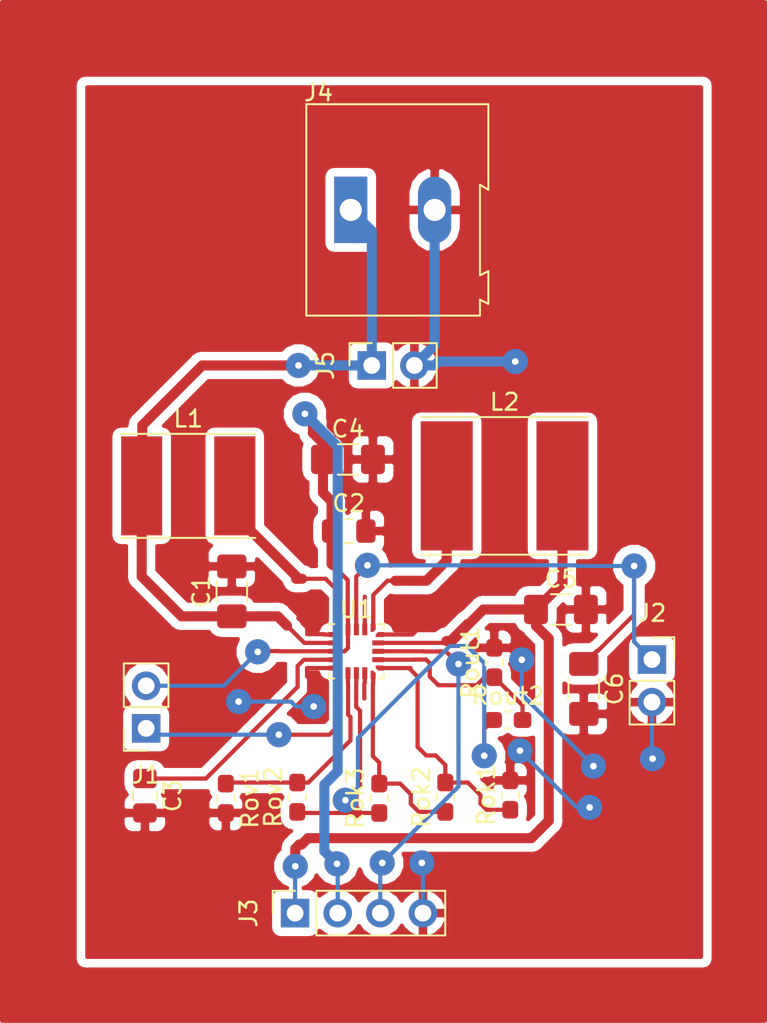
<source format=kicad_pcb>
(kicad_pcb (version 20171130) (host pcbnew 5.0.2-bee76a0~70~ubuntu16.04.1)

  (general
    (thickness 1.6)
    (drawings 0)
    (tracks 251)
    (zones 0)
    (modules 21)
    (nets 16)
  )

  (page A4)
  (layers
    (0 F.Cu signal)
    (31 B.Cu signal)
    (32 B.Adhes user)
    (33 F.Adhes user)
    (34 B.Paste user)
    (35 F.Paste user)
    (36 B.SilkS user)
    (37 F.SilkS user)
    (38 B.Mask user)
    (39 F.Mask user)
    (40 Dwgs.User user)
    (41 Cmts.User user)
    (42 Eco1.User user)
    (43 Eco2.User user)
    (44 Edge.Cuts user)
    (45 Margin user)
    (46 B.CrtYd user)
    (47 F.CrtYd user)
    (48 B.Fab user)
    (49 F.Fab user)
  )

  (setup
    (last_trace_width 0.25)
    (user_trace_width 0.6)
    (trace_clearance 0.2)
    (zone_clearance 0.508)
    (zone_45_only no)
    (trace_min 0.2)
    (segment_width 0.2)
    (edge_width 0.15)
    (via_size 1.5)
    (via_drill 0.4)
    (via_min_size 0.4)
    (via_min_drill 0.3)
    (uvia_size 0.3)
    (uvia_drill 0.1)
    (uvias_allowed no)
    (uvia_min_size 0.2)
    (uvia_min_drill 0.1)
    (pcb_text_width 0.3)
    (pcb_text_size 1.5 1.5)
    (mod_edge_width 0.15)
    (mod_text_size 1 1)
    (mod_text_width 0.15)
    (pad_size 1.524 1.524)
    (pad_drill 0.762)
    (pad_to_mask_clearance 0.051)
    (solder_mask_min_width 0.25)
    (aux_axis_origin 0 0)
    (visible_elements FFFFFF7F)
    (pcbplotparams
      (layerselection 0x010fc_ffffffff)
      (usegerberextensions false)
      (usegerberattributes false)
      (usegerberadvancedattributes false)
      (creategerberjobfile false)
      (excludeedgelayer true)
      (linewidth 0.100000)
      (plotframeref false)
      (viasonmask false)
      (mode 1)
      (useauxorigin false)
      (hpglpennumber 1)
      (hpglpenspeed 20)
      (hpglpendiameter 15.000000)
      (psnegative false)
      (psa4output false)
      (plotreference true)
      (plotvalue true)
      (plotinvisibletext false)
      (padsonsilk false)
      (subtractmaskfromsilk false)
      (outputformat 1)
      (mirror false)
      (drillshape 1)
      (scaleselection 1)
      (outputdirectory ""))
  )

  (net 0 "")
  (net 1 GND)
  (net 2 Vin)
  (net 3 Vout_boost)
  (net 4 "Net-(C3-Pad1)")
  (net 5 Vout_buck)
  (net 6 "Net-(C6-Pad1)")
  (net 7 "Net-(J1-Pad1)")
  (net 8 Vbat_OK)
  (net 9 "Net-(L1-Pad2)")
  (net 10 "Net-(L2-Pad1)")
  (net 11 "Net-(Rok1-Pad1)")
  (net 12 "Net-(Rok2-Pad1)")
  (net 13 "Net-(Rok3-Pad1)")
  (net 14 "Net-(Rout1-Pad1)")
  (net 15 "Net-(Rov1-Pad1)")

  (net_class Default "This is the default net class."
    (clearance 0.2)
    (trace_width 0.25)
    (via_dia 1.5)
    (via_drill 0.4)
    (uvia_dia 0.3)
    (uvia_drill 0.1)
    (add_net GND)
    (add_net "Net-(C3-Pad1)")
    (add_net "Net-(C6-Pad1)")
    (add_net "Net-(J1-Pad1)")
    (add_net "Net-(L1-Pad2)")
    (add_net "Net-(L2-Pad1)")
    (add_net "Net-(Rok1-Pad1)")
    (add_net "Net-(Rok2-Pad1)")
    (add_net "Net-(Rok3-Pad1)")
    (add_net "Net-(Rout1-Pad1)")
    (add_net "Net-(Rov1-Pad1)")
    (add_net Vbat_OK)
    (add_net Vin)
    (add_net Vout_boost)
    (add_net Vout_buck)
  )

  (module Capacitor_SMD:C_1206_3216Metric_Pad1.42x1.75mm_HandSolder (layer F.Cu) (tedit 5B301BBE) (tstamp 5C4F3351)
    (at 130.6576 126.6841 90)
    (descr "Capacitor SMD 1206 (3216 Metric), square (rectangular) end terminal, IPC_7351 nominal with elongated pad for handsoldering. (Body size source: http://www.tortai-tech.com/upload/download/2011102023233369053.pdf), generated with kicad-footprint-generator")
    (tags "capacitor handsolder")
    (path /5C4E3280)
    (attr smd)
    (fp_text reference C1 (at 0 -1.82 90) (layer F.SilkS)
      (effects (font (size 1 1) (thickness 0.15)))
    )
    (fp_text value >4.7uF (at 0 1.82 90) (layer F.Fab)
      (effects (font (size 1 1) (thickness 0.15)))
    )
    (fp_text user %R (at 0 0 90) (layer F.Fab)
      (effects (font (size 0.8 0.8) (thickness 0.12)))
    )
    (fp_line (start 2.45 1.12) (end -2.45 1.12) (layer F.CrtYd) (width 0.05))
    (fp_line (start 2.45 -1.12) (end 2.45 1.12) (layer F.CrtYd) (width 0.05))
    (fp_line (start -2.45 -1.12) (end 2.45 -1.12) (layer F.CrtYd) (width 0.05))
    (fp_line (start -2.45 1.12) (end -2.45 -1.12) (layer F.CrtYd) (width 0.05))
    (fp_line (start -0.602064 0.91) (end 0.602064 0.91) (layer F.SilkS) (width 0.12))
    (fp_line (start -0.602064 -0.91) (end 0.602064 -0.91) (layer F.SilkS) (width 0.12))
    (fp_line (start 1.6 0.8) (end -1.6 0.8) (layer F.Fab) (width 0.1))
    (fp_line (start 1.6 -0.8) (end 1.6 0.8) (layer F.Fab) (width 0.1))
    (fp_line (start -1.6 -0.8) (end 1.6 -0.8) (layer F.Fab) (width 0.1))
    (fp_line (start -1.6 0.8) (end -1.6 -0.8) (layer F.Fab) (width 0.1))
    (pad 2 smd roundrect (at 1.4875 0 90) (size 1.425 1.75) (layers F.Cu F.Paste F.Mask) (roundrect_rratio 0.175439)
      (net 1 GND))
    (pad 1 smd roundrect (at -1.4875 0 90) (size 1.425 1.75) (layers F.Cu F.Paste F.Mask) (roundrect_rratio 0.175439)
      (net 2 Vin))
    (model ${KISYS3DMOD}/Capacitor_SMD.3dshapes/C_1206_3216Metric.wrl
      (at (xyz 0 0 0))
      (scale (xyz 1 1 1))
      (rotate (xyz 0 0 0))
    )
  )

  (module Capacitor_SMD:C_0805_2012Metric_Pad1.15x1.40mm_HandSolder (layer F.Cu) (tedit 5B36C52B) (tstamp 5C4F3362)
    (at 137.6262 123.0884)
    (descr "Capacitor SMD 0805 (2012 Metric), square (rectangular) end terminal, IPC_7351 nominal with elongated pad for handsoldering. (Body size source: https://docs.google.com/spreadsheets/d/1BsfQQcO9C6DZCsRaXUlFlo91Tg2WpOkGARC1WS5S8t0/edit?usp=sharing), generated with kicad-footprint-generator")
    (tags "capacitor handsolder")
    (path /5C4FF63A)
    (attr smd)
    (fp_text reference C2 (at 0 -1.65) (layer F.SilkS)
      (effects (font (size 1 1) (thickness 0.15)))
    )
    (fp_text value 100nF (at 0 1.65) (layer F.Fab)
      (effects (font (size 1 1) (thickness 0.15)))
    )
    (fp_text user %R (at 0 0) (layer F.Fab)
      (effects (font (size 0.5 0.5) (thickness 0.08)))
    )
    (fp_line (start 1.85 0.95) (end -1.85 0.95) (layer F.CrtYd) (width 0.05))
    (fp_line (start 1.85 -0.95) (end 1.85 0.95) (layer F.CrtYd) (width 0.05))
    (fp_line (start -1.85 -0.95) (end 1.85 -0.95) (layer F.CrtYd) (width 0.05))
    (fp_line (start -1.85 0.95) (end -1.85 -0.95) (layer F.CrtYd) (width 0.05))
    (fp_line (start -0.261252 0.71) (end 0.261252 0.71) (layer F.SilkS) (width 0.12))
    (fp_line (start -0.261252 -0.71) (end 0.261252 -0.71) (layer F.SilkS) (width 0.12))
    (fp_line (start 1 0.6) (end -1 0.6) (layer F.Fab) (width 0.1))
    (fp_line (start 1 -0.6) (end 1 0.6) (layer F.Fab) (width 0.1))
    (fp_line (start -1 -0.6) (end 1 -0.6) (layer F.Fab) (width 0.1))
    (fp_line (start -1 0.6) (end -1 -0.6) (layer F.Fab) (width 0.1))
    (pad 2 smd roundrect (at 1.025 0) (size 1.15 1.4) (layers F.Cu F.Paste F.Mask) (roundrect_rratio 0.217391)
      (net 1 GND))
    (pad 1 smd roundrect (at -1.025 0) (size 1.15 1.4) (layers F.Cu F.Paste F.Mask) (roundrect_rratio 0.217391)
      (net 3 Vout_boost))
    (model ${KISYS3DMOD}/Capacitor_SMD.3dshapes/C_0805_2012Metric.wrl
      (at (xyz 0 0 0))
      (scale (xyz 1 1 1))
      (rotate (xyz 0 0 0))
    )
  )

  (module Capacitor_SMD:C_0805_2012Metric_Pad1.15x1.40mm_HandSolder (layer F.Cu) (tedit 5B36C52B) (tstamp 5C4F3373)
    (at 125.476 138.8655 270)
    (descr "Capacitor SMD 0805 (2012 Metric), square (rectangular) end terminal, IPC_7351 nominal with elongated pad for handsoldering. (Body size source: https://docs.google.com/spreadsheets/d/1BsfQQcO9C6DZCsRaXUlFlo91Tg2WpOkGARC1WS5S8t0/edit?usp=sharing), generated with kicad-footprint-generator")
    (tags "capacitor handsolder")
    (path /5C4E3437)
    (attr smd)
    (fp_text reference C3 (at 0 -1.65 270) (layer F.SilkS)
      (effects (font (size 1 1) (thickness 0.15)))
    )
    (fp_text value 100nF (at 0 1.65 270) (layer F.Fab)
      (effects (font (size 1 1) (thickness 0.15)))
    )
    (fp_line (start -1 0.6) (end -1 -0.6) (layer F.Fab) (width 0.1))
    (fp_line (start -1 -0.6) (end 1 -0.6) (layer F.Fab) (width 0.1))
    (fp_line (start 1 -0.6) (end 1 0.6) (layer F.Fab) (width 0.1))
    (fp_line (start 1 0.6) (end -1 0.6) (layer F.Fab) (width 0.1))
    (fp_line (start -0.261252 -0.71) (end 0.261252 -0.71) (layer F.SilkS) (width 0.12))
    (fp_line (start -0.261252 0.71) (end 0.261252 0.71) (layer F.SilkS) (width 0.12))
    (fp_line (start -1.85 0.95) (end -1.85 -0.95) (layer F.CrtYd) (width 0.05))
    (fp_line (start -1.85 -0.95) (end 1.85 -0.95) (layer F.CrtYd) (width 0.05))
    (fp_line (start 1.85 -0.95) (end 1.85 0.95) (layer F.CrtYd) (width 0.05))
    (fp_line (start 1.85 0.95) (end -1.85 0.95) (layer F.CrtYd) (width 0.05))
    (fp_text user %R (at 0 0 270) (layer F.Fab)
      (effects (font (size 0.5 0.5) (thickness 0.08)))
    )
    (pad 1 smd roundrect (at -1.025 0 270) (size 1.15 1.4) (layers F.Cu F.Paste F.Mask) (roundrect_rratio 0.217391)
      (net 4 "Net-(C3-Pad1)"))
    (pad 2 smd roundrect (at 1.025 0 270) (size 1.15 1.4) (layers F.Cu F.Paste F.Mask) (roundrect_rratio 0.217391)
      (net 1 GND))
    (model ${KISYS3DMOD}/Capacitor_SMD.3dshapes/C_0805_2012Metric.wrl
      (at (xyz 0 0 0))
      (scale (xyz 1 1 1))
      (rotate (xyz 0 0 0))
    )
  )

  (module Capacitor_SMD:C_1206_3216Metric_Pad1.42x1.75mm_HandSolder (layer F.Cu) (tedit 5B301BBE) (tstamp 5C4F3384)
    (at 137.5807 118.8212)
    (descr "Capacitor SMD 1206 (3216 Metric), square (rectangular) end terminal, IPC_7351 nominal with elongated pad for handsoldering. (Body size source: http://www.tortai-tech.com/upload/download/2011102023233369053.pdf), generated with kicad-footprint-generator")
    (tags "capacitor handsolder")
    (path /5C4FF6A0)
    (attr smd)
    (fp_text reference C4 (at 0 -1.82) (layer F.SilkS)
      (effects (font (size 1 1) (thickness 0.15)))
    )
    (fp_text value 22uF (at 0 1.82) (layer F.Fab)
      (effects (font (size 1 1) (thickness 0.15)))
    )
    (fp_text user %R (at 0 0) (layer F.Fab)
      (effects (font (size 0.8 0.8) (thickness 0.12)))
    )
    (fp_line (start 2.45 1.12) (end -2.45 1.12) (layer F.CrtYd) (width 0.05))
    (fp_line (start 2.45 -1.12) (end 2.45 1.12) (layer F.CrtYd) (width 0.05))
    (fp_line (start -2.45 -1.12) (end 2.45 -1.12) (layer F.CrtYd) (width 0.05))
    (fp_line (start -2.45 1.12) (end -2.45 -1.12) (layer F.CrtYd) (width 0.05))
    (fp_line (start -0.602064 0.91) (end 0.602064 0.91) (layer F.SilkS) (width 0.12))
    (fp_line (start -0.602064 -0.91) (end 0.602064 -0.91) (layer F.SilkS) (width 0.12))
    (fp_line (start 1.6 0.8) (end -1.6 0.8) (layer F.Fab) (width 0.1))
    (fp_line (start 1.6 -0.8) (end 1.6 0.8) (layer F.Fab) (width 0.1))
    (fp_line (start -1.6 -0.8) (end 1.6 -0.8) (layer F.Fab) (width 0.1))
    (fp_line (start -1.6 0.8) (end -1.6 -0.8) (layer F.Fab) (width 0.1))
    (pad 2 smd roundrect (at 1.4875 0) (size 1.425 1.75) (layers F.Cu F.Paste F.Mask) (roundrect_rratio 0.175439)
      (net 1 GND))
    (pad 1 smd roundrect (at -1.4875 0) (size 1.425 1.75) (layers F.Cu F.Paste F.Mask) (roundrect_rratio 0.175439)
      (net 3 Vout_boost))
    (model ${KISYS3DMOD}/Capacitor_SMD.3dshapes/C_1206_3216Metric.wrl
      (at (xyz 0 0 0))
      (scale (xyz 1 1 1))
      (rotate (xyz 0 0 0))
    )
  )

  (module Capacitor_SMD:C_1206_3216Metric_Pad1.42x1.75mm_HandSolder (layer F.Cu) (tedit 5B301BBE) (tstamp 5C4F3395)
    (at 150.2775 127.762)
    (descr "Capacitor SMD 1206 (3216 Metric), square (rectangular) end terminal, IPC_7351 nominal with elongated pad for handsoldering. (Body size source: http://www.tortai-tech.com/upload/download/2011102023233369053.pdf), generated with kicad-footprint-generator")
    (tags "capacitor handsolder")
    (path /5C4E42E8)
    (attr smd)
    (fp_text reference C5 (at 0 -1.82) (layer F.SilkS)
      (effects (font (size 1 1) (thickness 0.15)))
    )
    (fp_text value "22 uF" (at 0 1.82) (layer F.Fab)
      (effects (font (size 1 1) (thickness 0.15)))
    )
    (fp_line (start -1.6 0.8) (end -1.6 -0.8) (layer F.Fab) (width 0.1))
    (fp_line (start -1.6 -0.8) (end 1.6 -0.8) (layer F.Fab) (width 0.1))
    (fp_line (start 1.6 -0.8) (end 1.6 0.8) (layer F.Fab) (width 0.1))
    (fp_line (start 1.6 0.8) (end -1.6 0.8) (layer F.Fab) (width 0.1))
    (fp_line (start -0.602064 -0.91) (end 0.602064 -0.91) (layer F.SilkS) (width 0.12))
    (fp_line (start -0.602064 0.91) (end 0.602064 0.91) (layer F.SilkS) (width 0.12))
    (fp_line (start -2.45 1.12) (end -2.45 -1.12) (layer F.CrtYd) (width 0.05))
    (fp_line (start -2.45 -1.12) (end 2.45 -1.12) (layer F.CrtYd) (width 0.05))
    (fp_line (start 2.45 -1.12) (end 2.45 1.12) (layer F.CrtYd) (width 0.05))
    (fp_line (start 2.45 1.12) (end -2.45 1.12) (layer F.CrtYd) (width 0.05))
    (fp_text user %R (at 0 0) (layer F.Fab)
      (effects (font (size 0.8 0.8) (thickness 0.12)))
    )
    (pad 1 smd roundrect (at -1.4875 0) (size 1.425 1.75) (layers F.Cu F.Paste F.Mask) (roundrect_rratio 0.175439)
      (net 5 Vout_buck))
    (pad 2 smd roundrect (at 1.4875 0) (size 1.425 1.75) (layers F.Cu F.Paste F.Mask) (roundrect_rratio 0.175439)
      (net 1 GND))
    (model ${KISYS3DMOD}/Capacitor_SMD.3dshapes/C_1206_3216Metric.wrl
      (at (xyz 0 0 0))
      (scale (xyz 1 1 1))
      (rotate (xyz 0 0 0))
    )
  )

  (module Capacitor_SMD:C_1206_3216Metric_Pad1.42x1.75mm_HandSolder (layer F.Cu) (tedit 5B301BBE) (tstamp 5C4F33A6)
    (at 151.638 132.4975 270)
    (descr "Capacitor SMD 1206 (3216 Metric), square (rectangular) end terminal, IPC_7351 nominal with elongated pad for handsoldering. (Body size source: http://www.tortai-tech.com/upload/download/2011102023233369053.pdf), generated with kicad-footprint-generator")
    (tags "capacitor handsolder")
    (path /5C50B963)
    (attr smd)
    (fp_text reference C6 (at 0 -1.82 270) (layer F.SilkS)
      (effects (font (size 1 1) (thickness 0.15)))
    )
    (fp_text value 22uF (at 0 1.82 270) (layer F.Fab)
      (effects (font (size 1 1) (thickness 0.15)))
    )
    (fp_line (start -1.6 0.8) (end -1.6 -0.8) (layer F.Fab) (width 0.1))
    (fp_line (start -1.6 -0.8) (end 1.6 -0.8) (layer F.Fab) (width 0.1))
    (fp_line (start 1.6 -0.8) (end 1.6 0.8) (layer F.Fab) (width 0.1))
    (fp_line (start 1.6 0.8) (end -1.6 0.8) (layer F.Fab) (width 0.1))
    (fp_line (start -0.602064 -0.91) (end 0.602064 -0.91) (layer F.SilkS) (width 0.12))
    (fp_line (start -0.602064 0.91) (end 0.602064 0.91) (layer F.SilkS) (width 0.12))
    (fp_line (start -2.45 1.12) (end -2.45 -1.12) (layer F.CrtYd) (width 0.05))
    (fp_line (start -2.45 -1.12) (end 2.45 -1.12) (layer F.CrtYd) (width 0.05))
    (fp_line (start 2.45 -1.12) (end 2.45 1.12) (layer F.CrtYd) (width 0.05))
    (fp_line (start 2.45 1.12) (end -2.45 1.12) (layer F.CrtYd) (width 0.05))
    (fp_text user %R (at 0 0 270) (layer F.Fab)
      (effects (font (size 0.8 0.8) (thickness 0.12)))
    )
    (pad 1 smd roundrect (at -1.4875 0 270) (size 1.425 1.75) (layers F.Cu F.Paste F.Mask) (roundrect_rratio 0.175439)
      (net 6 "Net-(C6-Pad1)"))
    (pad 2 smd roundrect (at 1.4875 0 270) (size 1.425 1.75) (layers F.Cu F.Paste F.Mask) (roundrect_rratio 0.175439)
      (net 1 GND))
    (model ${KISYS3DMOD}/Capacitor_SMD.3dshapes/C_1206_3216Metric.wrl
      (at (xyz 0 0 0))
      (scale (xyz 1 1 1))
      (rotate (xyz 0 0 0))
    )
  )

  (module Connector_PinSocket_2.54mm:PinSocket_1x02_P2.54mm_Vertical (layer F.Cu) (tedit 5A19A420) (tstamp 5C4F33BC)
    (at 125.5522 134.8486 180)
    (descr "Through hole straight socket strip, 1x02, 2.54mm pitch, single row (from Kicad 4.0.7), script generated")
    (tags "Through hole socket strip THT 1x02 2.54mm single row")
    (path /5C526F1F)
    (fp_text reference J1 (at 0 -2.77 180) (layer F.SilkS)
      (effects (font (size 1 1) (thickness 0.15)))
    )
    (fp_text value Ligar_bucker (at 0 5.31 180) (layer F.Fab)
      (effects (font (size 1 1) (thickness 0.15)))
    )
    (fp_text user %R (at 0 1.27 270) (layer F.Fab)
      (effects (font (size 1 1) (thickness 0.15)))
    )
    (fp_line (start -1.8 4.3) (end -1.8 -1.8) (layer F.CrtYd) (width 0.05))
    (fp_line (start 1.75 4.3) (end -1.8 4.3) (layer F.CrtYd) (width 0.05))
    (fp_line (start 1.75 -1.8) (end 1.75 4.3) (layer F.CrtYd) (width 0.05))
    (fp_line (start -1.8 -1.8) (end 1.75 -1.8) (layer F.CrtYd) (width 0.05))
    (fp_line (start 0 -1.33) (end 1.33 -1.33) (layer F.SilkS) (width 0.12))
    (fp_line (start 1.33 -1.33) (end 1.33 0) (layer F.SilkS) (width 0.12))
    (fp_line (start 1.33 1.27) (end 1.33 3.87) (layer F.SilkS) (width 0.12))
    (fp_line (start -1.33 3.87) (end 1.33 3.87) (layer F.SilkS) (width 0.12))
    (fp_line (start -1.33 1.27) (end -1.33 3.87) (layer F.SilkS) (width 0.12))
    (fp_line (start -1.33 1.27) (end 1.33 1.27) (layer F.SilkS) (width 0.12))
    (fp_line (start -1.27 3.81) (end -1.27 -1.27) (layer F.Fab) (width 0.1))
    (fp_line (start 1.27 3.81) (end -1.27 3.81) (layer F.Fab) (width 0.1))
    (fp_line (start 1.27 -0.635) (end 1.27 3.81) (layer F.Fab) (width 0.1))
    (fp_line (start 0.635 -1.27) (end 1.27 -0.635) (layer F.Fab) (width 0.1))
    (fp_line (start -1.27 -1.27) (end 0.635 -1.27) (layer F.Fab) (width 0.1))
    (pad 2 thru_hole oval (at 0 2.54 180) (size 1.7 1.7) (drill 1) (layers *.Cu *.Mask)
      (net 3 Vout_boost))
    (pad 1 thru_hole rect (at 0 0 180) (size 1.7 1.7) (drill 1) (layers *.Cu *.Mask)
      (net 7 "Net-(J1-Pad1)"))
    (model ${KISYS3DMOD}/Connector_PinSocket_2.54mm.3dshapes/PinSocket_1x02_P2.54mm_Vertical.wrl
      (at (xyz 0 0 0))
      (scale (xyz 1 1 1))
      (rotate (xyz 0 0 0))
    )
  )

  (module Connector_PinSocket_2.54mm:PinSocket_1x02_P2.54mm_Vertical (layer F.Cu) (tedit 5A19A420) (tstamp 5C4F33D2)
    (at 155.702 130.7465)
    (descr "Through hole straight socket strip, 1x02, 2.54mm pitch, single row (from Kicad 4.0.7), script generated")
    (tags "Through hole socket strip THT 1x02 2.54mm single row")
    (path /5C508586)
    (fp_text reference J2 (at 0 -2.77) (layer F.SilkS)
      (effects (font (size 1 1) (thickness 0.15)))
    )
    (fp_text value Bateria (at 0 5.31) (layer F.Fab)
      (effects (font (size 1 1) (thickness 0.15)))
    )
    (fp_line (start -1.27 -1.27) (end 0.635 -1.27) (layer F.Fab) (width 0.1))
    (fp_line (start 0.635 -1.27) (end 1.27 -0.635) (layer F.Fab) (width 0.1))
    (fp_line (start 1.27 -0.635) (end 1.27 3.81) (layer F.Fab) (width 0.1))
    (fp_line (start 1.27 3.81) (end -1.27 3.81) (layer F.Fab) (width 0.1))
    (fp_line (start -1.27 3.81) (end -1.27 -1.27) (layer F.Fab) (width 0.1))
    (fp_line (start -1.33 1.27) (end 1.33 1.27) (layer F.SilkS) (width 0.12))
    (fp_line (start -1.33 1.27) (end -1.33 3.87) (layer F.SilkS) (width 0.12))
    (fp_line (start -1.33 3.87) (end 1.33 3.87) (layer F.SilkS) (width 0.12))
    (fp_line (start 1.33 1.27) (end 1.33 3.87) (layer F.SilkS) (width 0.12))
    (fp_line (start 1.33 -1.33) (end 1.33 0) (layer F.SilkS) (width 0.12))
    (fp_line (start 0 -1.33) (end 1.33 -1.33) (layer F.SilkS) (width 0.12))
    (fp_line (start -1.8 -1.8) (end 1.75 -1.8) (layer F.CrtYd) (width 0.05))
    (fp_line (start 1.75 -1.8) (end 1.75 4.3) (layer F.CrtYd) (width 0.05))
    (fp_line (start 1.75 4.3) (end -1.8 4.3) (layer F.CrtYd) (width 0.05))
    (fp_line (start -1.8 4.3) (end -1.8 -1.8) (layer F.CrtYd) (width 0.05))
    (fp_text user %R (at 0 1.27 90) (layer F.Fab)
      (effects (font (size 1 1) (thickness 0.15)))
    )
    (pad 1 thru_hole rect (at 0 0) (size 1.7 1.7) (drill 1) (layers *.Cu *.Mask)
      (net 6 "Net-(C6-Pad1)"))
    (pad 2 thru_hole oval (at 0 2.54) (size 1.7 1.7) (drill 1) (layers *.Cu *.Mask)
      (net 1 GND))
    (model ${KISYS3DMOD}/Connector_PinSocket_2.54mm.3dshapes/PinSocket_1x02_P2.54mm_Vertical.wrl
      (at (xyz 0 0 0))
      (scale (xyz 1 1 1))
      (rotate (xyz 0 0 0))
    )
  )

  (module Connector_PinSocket_2.54mm:PinSocket_1x04_P2.54mm_Vertical (layer F.Cu) (tedit 5A19A429) (tstamp 5C4F33EA)
    (at 134.4295 145.8595 90)
    (descr "Through hole straight socket strip, 1x04, 2.54mm pitch, single row (from Kicad 4.0.7), script generated")
    (tags "Through hole socket strip THT 1x04 2.54mm single row")
    (path /5C52F8A5)
    (fp_text reference J3 (at 0 -2.77 90) (layer F.SilkS)
      (effects (font (size 1 1) (thickness 0.15)))
    )
    (fp_text value Saida (at 0 10.39 90) (layer F.Fab)
      (effects (font (size 1 1) (thickness 0.15)))
    )
    (fp_line (start -1.27 -1.27) (end 0.635 -1.27) (layer F.Fab) (width 0.1))
    (fp_line (start 0.635 -1.27) (end 1.27 -0.635) (layer F.Fab) (width 0.1))
    (fp_line (start 1.27 -0.635) (end 1.27 8.89) (layer F.Fab) (width 0.1))
    (fp_line (start 1.27 8.89) (end -1.27 8.89) (layer F.Fab) (width 0.1))
    (fp_line (start -1.27 8.89) (end -1.27 -1.27) (layer F.Fab) (width 0.1))
    (fp_line (start -1.33 1.27) (end 1.33 1.27) (layer F.SilkS) (width 0.12))
    (fp_line (start -1.33 1.27) (end -1.33 8.95) (layer F.SilkS) (width 0.12))
    (fp_line (start -1.33 8.95) (end 1.33 8.95) (layer F.SilkS) (width 0.12))
    (fp_line (start 1.33 1.27) (end 1.33 8.95) (layer F.SilkS) (width 0.12))
    (fp_line (start 1.33 -1.33) (end 1.33 0) (layer F.SilkS) (width 0.12))
    (fp_line (start 0 -1.33) (end 1.33 -1.33) (layer F.SilkS) (width 0.12))
    (fp_line (start -1.8 -1.8) (end 1.75 -1.8) (layer F.CrtYd) (width 0.05))
    (fp_line (start 1.75 -1.8) (end 1.75 9.4) (layer F.CrtYd) (width 0.05))
    (fp_line (start 1.75 9.4) (end -1.8 9.4) (layer F.CrtYd) (width 0.05))
    (fp_line (start -1.8 9.4) (end -1.8 -1.8) (layer F.CrtYd) (width 0.05))
    (fp_text user %R (at 0 3.81 180) (layer F.Fab)
      (effects (font (size 1 1) (thickness 0.15)))
    )
    (pad 1 thru_hole rect (at 0 0 90) (size 1.7 1.7) (drill 1) (layers *.Cu *.Mask)
      (net 5 Vout_buck))
    (pad 2 thru_hole oval (at 0 2.54 90) (size 1.7 1.7) (drill 1) (layers *.Cu *.Mask)
      (net 3 Vout_boost))
    (pad 3 thru_hole oval (at 0 5.08 90) (size 1.7 1.7) (drill 1) (layers *.Cu *.Mask)
      (net 8 Vbat_OK))
    (pad 4 thru_hole oval (at 0 7.62 90) (size 1.7 1.7) (drill 1) (layers *.Cu *.Mask)
      (net 1 GND))
    (model ${KISYS3DMOD}/Connector_PinSocket_2.54mm.3dshapes/PinSocket_1x04_P2.54mm_Vertical.wrl
      (at (xyz 0 0 0))
      (scale (xyz 1 1 1))
      (rotate (xyz 0 0 0))
    )
  )

  (module TerminalBlock:TerminalBlock_Altech_AK300-2_P5.00mm (layer F.Cu) (tedit 59FF0306) (tstamp 5C4F3451)
    (at 137.748 103.9495)
    (descr "Altech AK300 terminal block, pitch 5.0mm, 45 degree angled, see http://www.mouser.com/ds/2/16/PCBMETRC-24178.pdf")
    (tags "Altech AK300 terminal block pitch 5.0mm")
    (path /5C522313)
    (fp_text reference J4 (at -1.92 -6.99) (layer F.SilkS)
      (effects (font (size 1 1) (thickness 0.15)))
    )
    (fp_text value Entrada (at 2.78 7.75) (layer F.Fab)
      (effects (font (size 1 1) (thickness 0.15)))
    )
    (fp_text user %R (at 2.5 -2) (layer F.Fab)
      (effects (font (size 1 1) (thickness 0.15)))
    )
    (fp_line (start -2.65 -6.3) (end -2.65 6.3) (layer F.SilkS) (width 0.12))
    (fp_line (start -2.65 6.3) (end 7.7 6.3) (layer F.SilkS) (width 0.12))
    (fp_line (start 7.7 6.3) (end 7.7 5.35) (layer F.SilkS) (width 0.12))
    (fp_line (start 7.7 5.35) (end 8.2 5.6) (layer F.SilkS) (width 0.12))
    (fp_line (start 8.2 5.6) (end 8.2 3.7) (layer F.SilkS) (width 0.12))
    (fp_line (start 8.2 3.7) (end 8.2 3.65) (layer F.SilkS) (width 0.12))
    (fp_line (start 8.2 3.65) (end 7.7 3.9) (layer F.SilkS) (width 0.12))
    (fp_line (start 7.7 3.9) (end 7.7 -1.5) (layer F.SilkS) (width 0.12))
    (fp_line (start 7.7 -1.5) (end 8.2 -1.2) (layer F.SilkS) (width 0.12))
    (fp_line (start 8.2 -1.2) (end 8.2 -6.3) (layer F.SilkS) (width 0.12))
    (fp_line (start 8.2 -6.3) (end -2.65 -6.3) (layer F.SilkS) (width 0.12))
    (fp_line (start -1.26 2.54) (end 1.28 2.54) (layer F.Fab) (width 0.1))
    (fp_line (start 1.28 2.54) (end 1.28 -0.25) (layer F.Fab) (width 0.1))
    (fp_line (start -1.26 -0.25) (end 1.28 -0.25) (layer F.Fab) (width 0.1))
    (fp_line (start -1.26 2.54) (end -1.26 -0.25) (layer F.Fab) (width 0.1))
    (fp_line (start 3.74 2.54) (end 6.28 2.54) (layer F.Fab) (width 0.1))
    (fp_line (start 6.28 2.54) (end 6.28 -0.25) (layer F.Fab) (width 0.1))
    (fp_line (start 3.74 -0.25) (end 6.28 -0.25) (layer F.Fab) (width 0.1))
    (fp_line (start 3.74 2.54) (end 3.74 -0.25) (layer F.Fab) (width 0.1))
    (fp_line (start 7.61 -6.22) (end 7.61 -3.17) (layer F.Fab) (width 0.1))
    (fp_line (start 7.61 -6.22) (end -2.58 -6.22) (layer F.Fab) (width 0.1))
    (fp_line (start 7.61 -6.22) (end 8.11 -6.22) (layer F.Fab) (width 0.1))
    (fp_line (start 8.11 -6.22) (end 8.11 -1.4) (layer F.Fab) (width 0.1))
    (fp_line (start 8.11 -1.4) (end 7.61 -1.65) (layer F.Fab) (width 0.1))
    (fp_line (start 8.11 5.46) (end 7.61 5.21) (layer F.Fab) (width 0.1))
    (fp_line (start 7.61 5.21) (end 7.61 6.22) (layer F.Fab) (width 0.1))
    (fp_line (start 8.11 3.81) (end 7.61 4.06) (layer F.Fab) (width 0.1))
    (fp_line (start 7.61 4.06) (end 7.61 5.21) (layer F.Fab) (width 0.1))
    (fp_line (start 8.11 3.81) (end 8.11 5.46) (layer F.Fab) (width 0.1))
    (fp_line (start 2.98 6.22) (end 2.98 4.32) (layer F.Fab) (width 0.1))
    (fp_line (start 7.05 -0.25) (end 7.05 4.32) (layer F.Fab) (width 0.1))
    (fp_line (start 2.98 6.22) (end 7.05 6.22) (layer F.Fab) (width 0.1))
    (fp_line (start 7.05 6.22) (end 7.61 6.22) (layer F.Fab) (width 0.1))
    (fp_line (start 2.04 6.22) (end 2.04 4.32) (layer F.Fab) (width 0.1))
    (fp_line (start 2.04 6.22) (end 2.98 6.22) (layer F.Fab) (width 0.1))
    (fp_line (start -2.02 -0.25) (end -2.02 4.32) (layer F.Fab) (width 0.1))
    (fp_line (start -2.58 6.22) (end -2.02 6.22) (layer F.Fab) (width 0.1))
    (fp_line (start -2.02 6.22) (end 2.04 6.22) (layer F.Fab) (width 0.1))
    (fp_line (start 2.98 4.32) (end 7.05 4.32) (layer F.Fab) (width 0.1))
    (fp_line (start 2.98 4.32) (end 2.98 -0.25) (layer F.Fab) (width 0.1))
    (fp_line (start 7.05 4.32) (end 7.05 6.22) (layer F.Fab) (width 0.1))
    (fp_line (start 2.04 4.32) (end -2.02 4.32) (layer F.Fab) (width 0.1))
    (fp_line (start 2.04 4.32) (end 2.04 -0.25) (layer F.Fab) (width 0.1))
    (fp_line (start -2.02 4.32) (end -2.02 6.22) (layer F.Fab) (width 0.1))
    (fp_line (start 6.67 3.68) (end 6.67 0.51) (layer F.Fab) (width 0.1))
    (fp_line (start 6.67 3.68) (end 3.36 3.68) (layer F.Fab) (width 0.1))
    (fp_line (start 3.36 3.68) (end 3.36 0.51) (layer F.Fab) (width 0.1))
    (fp_line (start 1.66 3.68) (end 1.66 0.51) (layer F.Fab) (width 0.1))
    (fp_line (start 1.66 3.68) (end -1.64 3.68) (layer F.Fab) (width 0.1))
    (fp_line (start -1.64 3.68) (end -1.64 0.51) (layer F.Fab) (width 0.1))
    (fp_line (start -1.64 0.51) (end -1.26 0.51) (layer F.Fab) (width 0.1))
    (fp_line (start 1.66 0.51) (end 1.28 0.51) (layer F.Fab) (width 0.1))
    (fp_line (start 3.36 0.51) (end 3.74 0.51) (layer F.Fab) (width 0.1))
    (fp_line (start 6.67 0.51) (end 6.28 0.51) (layer F.Fab) (width 0.1))
    (fp_line (start -2.58 6.22) (end -2.58 -0.64) (layer F.Fab) (width 0.1))
    (fp_line (start -2.58 -0.64) (end -2.58 -3.17) (layer F.Fab) (width 0.1))
    (fp_line (start 7.61 -1.65) (end 7.61 -0.64) (layer F.Fab) (width 0.1))
    (fp_line (start 7.61 -0.64) (end 7.61 4.06) (layer F.Fab) (width 0.1))
    (fp_line (start -2.58 -3.17) (end 7.61 -3.17) (layer F.Fab) (width 0.1))
    (fp_line (start -2.58 -3.17) (end -2.58 -6.22) (layer F.Fab) (width 0.1))
    (fp_line (start 7.61 -3.17) (end 7.61 -1.65) (layer F.Fab) (width 0.1))
    (fp_line (start 2.98 -3.43) (end 2.98 -5.97) (layer F.Fab) (width 0.1))
    (fp_line (start 2.98 -5.97) (end 7.05 -5.97) (layer F.Fab) (width 0.1))
    (fp_line (start 7.05 -5.97) (end 7.05 -3.43) (layer F.Fab) (width 0.1))
    (fp_line (start 7.05 -3.43) (end 2.98 -3.43) (layer F.Fab) (width 0.1))
    (fp_line (start 2.04 -3.43) (end 2.04 -5.97) (layer F.Fab) (width 0.1))
    (fp_line (start 2.04 -3.43) (end -2.02 -3.43) (layer F.Fab) (width 0.1))
    (fp_line (start -2.02 -3.43) (end -2.02 -5.97) (layer F.Fab) (width 0.1))
    (fp_line (start 2.04 -5.97) (end -2.02 -5.97) (layer F.Fab) (width 0.1))
    (fp_line (start 3.39 -4.45) (end 6.44 -5.08) (layer F.Fab) (width 0.1))
    (fp_line (start 3.52 -4.32) (end 6.56 -4.95) (layer F.Fab) (width 0.1))
    (fp_line (start -1.62 -4.45) (end 1.44 -5.08) (layer F.Fab) (width 0.1))
    (fp_line (start -1.49 -4.32) (end 1.56 -4.95) (layer F.Fab) (width 0.1))
    (fp_line (start -2.02 -0.25) (end -1.64 -0.25) (layer F.Fab) (width 0.1))
    (fp_line (start 2.04 -0.25) (end 1.66 -0.25) (layer F.Fab) (width 0.1))
    (fp_line (start 1.66 -0.25) (end -1.64 -0.25) (layer F.Fab) (width 0.1))
    (fp_line (start -2.58 -0.64) (end -1.64 -0.64) (layer F.Fab) (width 0.1))
    (fp_line (start -1.64 -0.64) (end 1.66 -0.64) (layer F.Fab) (width 0.1))
    (fp_line (start 1.66 -0.64) (end 3.36 -0.64) (layer F.Fab) (width 0.1))
    (fp_line (start 7.61 -0.64) (end 6.67 -0.64) (layer F.Fab) (width 0.1))
    (fp_line (start 6.67 -0.64) (end 3.36 -0.64) (layer F.Fab) (width 0.1))
    (fp_line (start 7.05 -0.25) (end 6.67 -0.25) (layer F.Fab) (width 0.1))
    (fp_line (start 2.98 -0.25) (end 3.36 -0.25) (layer F.Fab) (width 0.1))
    (fp_line (start 3.36 -0.25) (end 6.67 -0.25) (layer F.Fab) (width 0.1))
    (fp_line (start -2.83 -6.47) (end 8.36 -6.47) (layer F.CrtYd) (width 0.05))
    (fp_line (start -2.83 -6.47) (end -2.83 6.47) (layer F.CrtYd) (width 0.05))
    (fp_line (start 8.36 6.47) (end 8.36 -6.47) (layer F.CrtYd) (width 0.05))
    (fp_line (start 8.36 6.47) (end -2.83 6.47) (layer F.CrtYd) (width 0.05))
    (fp_arc (start 6.03 -4.59) (end 6.54 -5.05) (angle 90.5) (layer F.Fab) (width 0.1))
    (fp_arc (start 5.07 -6.07) (end 6.53 -4.12) (angle 75.5) (layer F.Fab) (width 0.1))
    (fp_arc (start 4.99 -3.71) (end 3.39 -5) (angle 100) (layer F.Fab) (width 0.1))
    (fp_arc (start 3.87 -4.65) (end 3.58 -4.13) (angle 104.2) (layer F.Fab) (width 0.1))
    (fp_arc (start 1.03 -4.59) (end 1.53 -5.05) (angle 90.5) (layer F.Fab) (width 0.1))
    (fp_arc (start 0.06 -6.07) (end 1.53 -4.12) (angle 75.5) (layer F.Fab) (width 0.1))
    (fp_arc (start -0.01 -3.71) (end -1.62 -5) (angle 100) (layer F.Fab) (width 0.1))
    (fp_arc (start -1.13 -4.65) (end -1.42 -4.13) (angle 104.2) (layer F.Fab) (width 0.1))
    (pad 1 thru_hole rect (at 0 0) (size 1.98 3.96) (drill 1.32) (layers *.Cu *.Mask)
      (net 2 Vin))
    (pad 2 thru_hole oval (at 5 0) (size 1.98 3.96) (drill 1.32) (layers *.Cu *.Mask)
      (net 1 GND))
    (model ${KISYS3DMOD}/TerminalBlock.3dshapes/TerminalBlock_Altech_AK300-2_P5.00mm.wrl
      (at (xyz 0 0 0))
      (scale (xyz 1 1 1))
      (rotate (xyz 0 0 0))
    )
  )

  (module Connector_PinSocket_2.54mm:PinSocket_1x02_P2.54mm_Vertical (layer F.Cu) (tedit 5A19A420) (tstamp 5C4F3467)
    (at 139.0015 113.2205 90)
    (descr "Through hole straight socket strip, 1x02, 2.54mm pitch, single row (from Kicad 4.0.7), script generated")
    (tags "Through hole socket strip THT 1x02 2.54mm single row")
    (path /5C4F41E6)
    (fp_text reference J5 (at 0 -2.77 90) (layer F.SilkS)
      (effects (font (size 1 1) (thickness 0.15)))
    )
    (fp_text value Entrada (at 0 5.31 90) (layer F.Fab)
      (effects (font (size 1 1) (thickness 0.15)))
    )
    (fp_line (start -1.27 -1.27) (end 0.635 -1.27) (layer F.Fab) (width 0.1))
    (fp_line (start 0.635 -1.27) (end 1.27 -0.635) (layer F.Fab) (width 0.1))
    (fp_line (start 1.27 -0.635) (end 1.27 3.81) (layer F.Fab) (width 0.1))
    (fp_line (start 1.27 3.81) (end -1.27 3.81) (layer F.Fab) (width 0.1))
    (fp_line (start -1.27 3.81) (end -1.27 -1.27) (layer F.Fab) (width 0.1))
    (fp_line (start -1.33 1.27) (end 1.33 1.27) (layer F.SilkS) (width 0.12))
    (fp_line (start -1.33 1.27) (end -1.33 3.87) (layer F.SilkS) (width 0.12))
    (fp_line (start -1.33 3.87) (end 1.33 3.87) (layer F.SilkS) (width 0.12))
    (fp_line (start 1.33 1.27) (end 1.33 3.87) (layer F.SilkS) (width 0.12))
    (fp_line (start 1.33 -1.33) (end 1.33 0) (layer F.SilkS) (width 0.12))
    (fp_line (start 0 -1.33) (end 1.33 -1.33) (layer F.SilkS) (width 0.12))
    (fp_line (start -1.8 -1.8) (end 1.75 -1.8) (layer F.CrtYd) (width 0.05))
    (fp_line (start 1.75 -1.8) (end 1.75 4.3) (layer F.CrtYd) (width 0.05))
    (fp_line (start 1.75 4.3) (end -1.8 4.3) (layer F.CrtYd) (width 0.05))
    (fp_line (start -1.8 4.3) (end -1.8 -1.8) (layer F.CrtYd) (width 0.05))
    (fp_text user %R (at 0 1.27 180) (layer F.Fab)
      (effects (font (size 1 1) (thickness 0.15)))
    )
    (pad 1 thru_hole rect (at 0 0 90) (size 1.7 1.7) (drill 1) (layers *.Cu *.Mask)
      (net 2 Vin))
    (pad 2 thru_hole oval (at 0 2.54 90) (size 1.7 1.7) (drill 1) (layers *.Cu *.Mask)
      (net 1 GND))
    (model ${KISYS3DMOD}/Connector_PinSocket_2.54mm.3dshapes/PinSocket_1x02_P2.54mm_Vertical.wrl
      (at (xyz 0 0 0))
      (scale (xyz 1 1 1))
      (rotate (xyz 0 0 0))
    )
  )

  (module Inductor_SMD:L_Taiyo-Yuden_NR-60xx_HandSoldering (layer F.Cu) (tedit 5990349D) (tstamp 5C4F3480)
    (at 128.0605 120.396)
    (descr "Inductor, Taiyo Yuden, NR series, Taiyo-Yuden_NR-60xx, 6.0mmx6.0mm")
    (tags "inductor taiyo-yuden nr smd")
    (path /5C4E30D1)
    (attr smd)
    (fp_text reference L1 (at 0 -4) (layer F.SilkS)
      (effects (font (size 1 1) (thickness 0.15)))
    )
    (fp_text value 22uH (at 0 4.5) (layer F.Fab)
      (effects (font (size 1 1) (thickness 0.15)))
    )
    (fp_text user %R (at 0 0) (layer F.Fab)
      (effects (font (size 1 1) (thickness 0.15)))
    )
    (fp_line (start -3 0) (end -3 -2) (layer F.Fab) (width 0.1))
    (fp_line (start -3 -2) (end -2 -3) (layer F.Fab) (width 0.1))
    (fp_line (start -2 -3) (end 0 -3) (layer F.Fab) (width 0.1))
    (fp_line (start 3 0) (end 3 -2) (layer F.Fab) (width 0.1))
    (fp_line (start 3 -2) (end 2 -3) (layer F.Fab) (width 0.1))
    (fp_line (start 2 -3) (end 0 -3) (layer F.Fab) (width 0.1))
    (fp_line (start 3 0) (end 3 2) (layer F.Fab) (width 0.1))
    (fp_line (start 3 2) (end 2 3) (layer F.Fab) (width 0.1))
    (fp_line (start 2 3) (end 0 3) (layer F.Fab) (width 0.1))
    (fp_line (start -3 0) (end -3 2) (layer F.Fab) (width 0.1))
    (fp_line (start -3 2) (end -2 3) (layer F.Fab) (width 0.1))
    (fp_line (start -2 3) (end 0 3) (layer F.Fab) (width 0.1))
    (fp_line (start -4 -3.1) (end 4 -3.1) (layer F.SilkS) (width 0.12))
    (fp_line (start -4 3.1) (end 4 3.1) (layer F.SilkS) (width 0.12))
    (fp_line (start -4.25 -3.25) (end -4.25 3.25) (layer F.CrtYd) (width 0.05))
    (fp_line (start -4.25 3.25) (end 4.25 3.25) (layer F.CrtYd) (width 0.05))
    (fp_line (start 4.25 3.25) (end 4.25 -3.25) (layer F.CrtYd) (width 0.05))
    (fp_line (start 4.25 -3.25) (end -4.25 -3.25) (layer F.CrtYd) (width 0.05))
    (pad 1 smd rect (at -2.775 0) (size 2.45 5.9) (layers F.Cu F.Paste F.Mask)
      (net 2 Vin))
    (pad 2 smd rect (at 2.775 0) (size 2.45 5.9) (layers F.Cu F.Paste F.Mask)
      (net 9 "Net-(L1-Pad2)"))
    (model ${KISYS3DMOD}/Inductor_SMD.3dshapes/L_Taiyo-Yuden_NR-60xx.wrl
      (at (xyz 0 0 0))
      (scale (xyz 1 1 1))
      (rotate (xyz 0 0 0))
    )
  )

  (module Inductor_SMD:L_Taiyo-Yuden_NR-80xx_HandSoldering (layer F.Cu) (tedit 5990349D) (tstamp 5C4F3499)
    (at 146.918 120.396)
    (descr "Inductor, Taiyo Yuden, NR series, Taiyo-Yuden_NR-80xx, 8.0mmx8.0mm")
    (tags "inductor taiyo-yuden nr smd")
    (path /5C4E3F89)
    (attr smd)
    (fp_text reference L2 (at 0 -5) (layer F.SilkS)
      (effects (font (size 1 1) (thickness 0.15)))
    )
    (fp_text value 10uH (at 0 5.5) (layer F.Fab)
      (effects (font (size 1 1) (thickness 0.15)))
    )
    (fp_text user %R (at 0 0) (layer F.Fab)
      (effects (font (size 1 1) (thickness 0.15)))
    )
    (fp_line (start -4 0) (end -4 -2.8) (layer F.Fab) (width 0.1))
    (fp_line (start -4 -2.8) (end -2.8 -4) (layer F.Fab) (width 0.1))
    (fp_line (start -2.8 -4) (end 0 -4) (layer F.Fab) (width 0.1))
    (fp_line (start 4 0) (end 4 -2.8) (layer F.Fab) (width 0.1))
    (fp_line (start 4 -2.8) (end 2.8 -4) (layer F.Fab) (width 0.1))
    (fp_line (start 2.8 -4) (end 0 -4) (layer F.Fab) (width 0.1))
    (fp_line (start 4 0) (end 4 2.8) (layer F.Fab) (width 0.1))
    (fp_line (start 4 2.8) (end 2.8 4) (layer F.Fab) (width 0.1))
    (fp_line (start 2.8 4) (end 0 4) (layer F.Fab) (width 0.1))
    (fp_line (start -4 0) (end -4 2.8) (layer F.Fab) (width 0.1))
    (fp_line (start -4 2.8) (end -2.8 4) (layer F.Fab) (width 0.1))
    (fp_line (start -2.8 4) (end 0 4) (layer F.Fab) (width 0.1))
    (fp_line (start -5 -4.1) (end 5 -4.1) (layer F.SilkS) (width 0.12))
    (fp_line (start -5 4.1) (end 5 4.1) (layer F.SilkS) (width 0.12))
    (fp_line (start -5.25 -4.25) (end -5.25 4.25) (layer F.CrtYd) (width 0.05))
    (fp_line (start -5.25 4.25) (end 5.25 4.25) (layer F.CrtYd) (width 0.05))
    (fp_line (start 5.25 4.25) (end 5.25 -4.25) (layer F.CrtYd) (width 0.05))
    (fp_line (start 5.25 -4.25) (end -5.25 -4.25) (layer F.CrtYd) (width 0.05))
    (pad 1 smd rect (at -3.45 0) (size 3.1 7.7) (layers F.Cu F.Paste F.Mask)
      (net 10 "Net-(L2-Pad1)"))
    (pad 2 smd rect (at 3.45 0) (size 3.1 7.7) (layers F.Cu F.Paste F.Mask)
      (net 5 Vout_buck))
    (model ${KISYS3DMOD}/Inductor_SMD.3dshapes/L_Taiyo-Yuden_NR-80xx.wrl
      (at (xyz 0 0 0))
      (scale (xyz 1 1 1))
      (rotate (xyz 0 0 0))
    )
  )

  (module Resistor_SMD:R_0603_1608Metric_Pad1.05x0.95mm_HandSolder (layer F.Cu) (tedit 5B301BBD) (tstamp 5C4F34AA)
    (at 147.2565 138.825 90)
    (descr "Resistor SMD 0603 (1608 Metric), square (rectangular) end terminal, IPC_7351 nominal with elongated pad for handsoldering. (Body size source: http://www.tortai-tech.com/upload/download/2011102023233369053.pdf), generated with kicad-footprint-generator")
    (tags "resistor handsolder")
    (path /5C4E7300)
    (attr smd)
    (fp_text reference Rok1 (at 0 -1.43 90) (layer F.SilkS)
      (effects (font (size 1 1) (thickness 0.15)))
    )
    (fp_text value R (at 0 1.43 90) (layer F.Fab)
      (effects (font (size 1 1) (thickness 0.15)))
    )
    (fp_text user %R (at 0 0 90) (layer F.Fab)
      (effects (font (size 0.4 0.4) (thickness 0.06)))
    )
    (fp_line (start 1.65 0.73) (end -1.65 0.73) (layer F.CrtYd) (width 0.05))
    (fp_line (start 1.65 -0.73) (end 1.65 0.73) (layer F.CrtYd) (width 0.05))
    (fp_line (start -1.65 -0.73) (end 1.65 -0.73) (layer F.CrtYd) (width 0.05))
    (fp_line (start -1.65 0.73) (end -1.65 -0.73) (layer F.CrtYd) (width 0.05))
    (fp_line (start -0.171267 0.51) (end 0.171267 0.51) (layer F.SilkS) (width 0.12))
    (fp_line (start -0.171267 -0.51) (end 0.171267 -0.51) (layer F.SilkS) (width 0.12))
    (fp_line (start 0.8 0.4) (end -0.8 0.4) (layer F.Fab) (width 0.1))
    (fp_line (start 0.8 -0.4) (end 0.8 0.4) (layer F.Fab) (width 0.1))
    (fp_line (start -0.8 -0.4) (end 0.8 -0.4) (layer F.Fab) (width 0.1))
    (fp_line (start -0.8 0.4) (end -0.8 -0.4) (layer F.Fab) (width 0.1))
    (pad 2 smd roundrect (at 0.875 0 90) (size 1.05 0.95) (layers F.Cu F.Paste F.Mask) (roundrect_rratio 0.25)
      (net 1 GND))
    (pad 1 smd roundrect (at -0.875 0 90) (size 1.05 0.95) (layers F.Cu F.Paste F.Mask) (roundrect_rratio 0.25)
      (net 11 "Net-(Rok1-Pad1)"))
    (model ${KISYS3DMOD}/Resistor_SMD.3dshapes/R_0603_1608Metric.wrl
      (at (xyz 0 0 0))
      (scale (xyz 1 1 1))
      (rotate (xyz 0 0 0))
    )
  )

  (module Resistor_SMD:R_0603_1608Metric_Pad1.05x0.95mm_HandSolder (layer F.Cu) (tedit 5B301BBD) (tstamp 5C4F34BB)
    (at 143.383 138.952 90)
    (descr "Resistor SMD 0603 (1608 Metric), square (rectangular) end terminal, IPC_7351 nominal with elongated pad for handsoldering. (Body size source: http://www.tortai-tech.com/upload/download/2011102023233369053.pdf), generated with kicad-footprint-generator")
    (tags "resistor handsolder")
    (path /5C4E72FA)
    (attr smd)
    (fp_text reference Rok2 (at 0 -1.43 90) (layer F.SilkS)
      (effects (font (size 1 1) (thickness 0.15)))
    )
    (fp_text value R (at 0 1.43 90) (layer F.Fab)
      (effects (font (size 1 1) (thickness 0.15)))
    )
    (fp_line (start -0.8 0.4) (end -0.8 -0.4) (layer F.Fab) (width 0.1))
    (fp_line (start -0.8 -0.4) (end 0.8 -0.4) (layer F.Fab) (width 0.1))
    (fp_line (start 0.8 -0.4) (end 0.8 0.4) (layer F.Fab) (width 0.1))
    (fp_line (start 0.8 0.4) (end -0.8 0.4) (layer F.Fab) (width 0.1))
    (fp_line (start -0.171267 -0.51) (end 0.171267 -0.51) (layer F.SilkS) (width 0.12))
    (fp_line (start -0.171267 0.51) (end 0.171267 0.51) (layer F.SilkS) (width 0.12))
    (fp_line (start -1.65 0.73) (end -1.65 -0.73) (layer F.CrtYd) (width 0.05))
    (fp_line (start -1.65 -0.73) (end 1.65 -0.73) (layer F.CrtYd) (width 0.05))
    (fp_line (start 1.65 -0.73) (end 1.65 0.73) (layer F.CrtYd) (width 0.05))
    (fp_line (start 1.65 0.73) (end -1.65 0.73) (layer F.CrtYd) (width 0.05))
    (fp_text user %R (at 0 0 90) (layer F.Fab)
      (effects (font (size 0.4 0.4) (thickness 0.06)))
    )
    (pad 1 smd roundrect (at -0.875 0 90) (size 1.05 0.95) (layers F.Cu F.Paste F.Mask) (roundrect_rratio 0.25)
      (net 12 "Net-(Rok2-Pad1)"))
    (pad 2 smd roundrect (at 0.875 0 90) (size 1.05 0.95) (layers F.Cu F.Paste F.Mask) (roundrect_rratio 0.25)
      (net 11 "Net-(Rok1-Pad1)"))
    (model ${KISYS3DMOD}/Resistor_SMD.3dshapes/R_0603_1608Metric.wrl
      (at (xyz 0 0 0))
      (scale (xyz 1 1 1))
      (rotate (xyz 0 0 0))
    )
  )

  (module Resistor_SMD:R_0603_1608Metric_Pad1.05x0.95mm_HandSolder (layer F.Cu) (tedit 5B301BBD) (tstamp 5C4F34CC)
    (at 139.446 139.0155 90)
    (descr "Resistor SMD 0603 (1608 Metric), square (rectangular) end terminal, IPC_7351 nominal with elongated pad for handsoldering. (Body size source: http://www.tortai-tech.com/upload/download/2011102023233369053.pdf), generated with kicad-footprint-generator")
    (tags "resistor handsolder")
    (path /5C4E769D)
    (attr smd)
    (fp_text reference Rok3 (at 0 -1.43 90) (layer F.SilkS)
      (effects (font (size 1 1) (thickness 0.15)))
    )
    (fp_text value R (at 0 1.43 90) (layer F.Fab)
      (effects (font (size 1 1) (thickness 0.15)))
    )
    (fp_line (start -0.8 0.4) (end -0.8 -0.4) (layer F.Fab) (width 0.1))
    (fp_line (start -0.8 -0.4) (end 0.8 -0.4) (layer F.Fab) (width 0.1))
    (fp_line (start 0.8 -0.4) (end 0.8 0.4) (layer F.Fab) (width 0.1))
    (fp_line (start 0.8 0.4) (end -0.8 0.4) (layer F.Fab) (width 0.1))
    (fp_line (start -0.171267 -0.51) (end 0.171267 -0.51) (layer F.SilkS) (width 0.12))
    (fp_line (start -0.171267 0.51) (end 0.171267 0.51) (layer F.SilkS) (width 0.12))
    (fp_line (start -1.65 0.73) (end -1.65 -0.73) (layer F.CrtYd) (width 0.05))
    (fp_line (start -1.65 -0.73) (end 1.65 -0.73) (layer F.CrtYd) (width 0.05))
    (fp_line (start 1.65 -0.73) (end 1.65 0.73) (layer F.CrtYd) (width 0.05))
    (fp_line (start 1.65 0.73) (end -1.65 0.73) (layer F.CrtYd) (width 0.05))
    (fp_text user %R (at 0 0 90) (layer F.Fab)
      (effects (font (size 0.4 0.4) (thickness 0.06)))
    )
    (pad 1 smd roundrect (at -0.875 0 90) (size 1.05 0.95) (layers F.Cu F.Paste F.Mask) (roundrect_rratio 0.25)
      (net 13 "Net-(Rok3-Pad1)"))
    (pad 2 smd roundrect (at 0.875 0 90) (size 1.05 0.95) (layers F.Cu F.Paste F.Mask) (roundrect_rratio 0.25)
      (net 12 "Net-(Rok2-Pad1)"))
    (model ${KISYS3DMOD}/Resistor_SMD.3dshapes/R_0603_1608Metric.wrl
      (at (xyz 0 0 0))
      (scale (xyz 1 1 1))
      (rotate (xyz 0 0 0))
    )
  )

  (module Resistor_SMD:R_0603_1608Metric_Pad1.05x0.95mm_HandSolder (layer F.Cu) (tedit 5B301BBD) (tstamp 5C4F34DD)
    (at 146.304 130.923 90)
    (descr "Resistor SMD 0603 (1608 Metric), square (rectangular) end terminal, IPC_7351 nominal with elongated pad for handsoldering. (Body size source: http://www.tortai-tech.com/upload/download/2011102023233369053.pdf), generated with kicad-footprint-generator")
    (tags "resistor handsolder")
    (path /5C4ECD82)
    (attr smd)
    (fp_text reference Rout1 (at 0 -1.43 90) (layer F.SilkS)
      (effects (font (size 1 1) (thickness 0.15)))
    )
    (fp_text value R (at 0 1.43 90) (layer F.Fab)
      (effects (font (size 1 1) (thickness 0.15)))
    )
    (fp_line (start -0.8 0.4) (end -0.8 -0.4) (layer F.Fab) (width 0.1))
    (fp_line (start -0.8 -0.4) (end 0.8 -0.4) (layer F.Fab) (width 0.1))
    (fp_line (start 0.8 -0.4) (end 0.8 0.4) (layer F.Fab) (width 0.1))
    (fp_line (start 0.8 0.4) (end -0.8 0.4) (layer F.Fab) (width 0.1))
    (fp_line (start -0.171267 -0.51) (end 0.171267 -0.51) (layer F.SilkS) (width 0.12))
    (fp_line (start -0.171267 0.51) (end 0.171267 0.51) (layer F.SilkS) (width 0.12))
    (fp_line (start -1.65 0.73) (end -1.65 -0.73) (layer F.CrtYd) (width 0.05))
    (fp_line (start -1.65 -0.73) (end 1.65 -0.73) (layer F.CrtYd) (width 0.05))
    (fp_line (start 1.65 -0.73) (end 1.65 0.73) (layer F.CrtYd) (width 0.05))
    (fp_line (start 1.65 0.73) (end -1.65 0.73) (layer F.CrtYd) (width 0.05))
    (fp_text user %R (at 0 0 90) (layer F.Fab)
      (effects (font (size 0.4 0.4) (thickness 0.06)))
    )
    (pad 1 smd roundrect (at -0.875 0 90) (size 1.05 0.95) (layers F.Cu F.Paste F.Mask) (roundrect_rratio 0.25)
      (net 14 "Net-(Rout1-Pad1)"))
    (pad 2 smd roundrect (at 0.875 0 90) (size 1.05 0.95) (layers F.Cu F.Paste F.Mask) (roundrect_rratio 0.25)
      (net 1 GND))
    (model ${KISYS3DMOD}/Resistor_SMD.3dshapes/R_0603_1608Metric.wrl
      (at (xyz 0 0 0))
      (scale (xyz 1 1 1))
      (rotate (xyz 0 0 0))
    )
  )

  (module Resistor_SMD:R_0603_1608Metric_Pad1.05x0.95mm_HandSolder (layer F.Cu) (tedit 5B301BBD) (tstamp 5C4F47D3)
    (at 147.11296 134.35076)
    (descr "Resistor SMD 0603 (1608 Metric), square (rectangular) end terminal, IPC_7351 nominal with elongated pad for handsoldering. (Body size source: http://www.tortai-tech.com/upload/download/2011102023233369053.pdf), generated with kicad-footprint-generator")
    (tags "resistor handsolder")
    (path /5C4ECD7C)
    (attr smd)
    (fp_text reference Rout2 (at 0 -1.43) (layer F.SilkS)
      (effects (font (size 1 1) (thickness 0.15)))
    )
    (fp_text value R (at 0 1.43) (layer F.Fab)
      (effects (font (size 1 1) (thickness 0.15)))
    )
    (fp_text user %R (at 0 0) (layer F.Fab)
      (effects (font (size 0.4 0.4) (thickness 0.06)))
    )
    (fp_line (start 1.65 0.73) (end -1.65 0.73) (layer F.CrtYd) (width 0.05))
    (fp_line (start 1.65 -0.73) (end 1.65 0.73) (layer F.CrtYd) (width 0.05))
    (fp_line (start -1.65 -0.73) (end 1.65 -0.73) (layer F.CrtYd) (width 0.05))
    (fp_line (start -1.65 0.73) (end -1.65 -0.73) (layer F.CrtYd) (width 0.05))
    (fp_line (start -0.171267 0.51) (end 0.171267 0.51) (layer F.SilkS) (width 0.12))
    (fp_line (start -0.171267 -0.51) (end 0.171267 -0.51) (layer F.SilkS) (width 0.12))
    (fp_line (start 0.8 0.4) (end -0.8 0.4) (layer F.Fab) (width 0.1))
    (fp_line (start 0.8 -0.4) (end 0.8 0.4) (layer F.Fab) (width 0.1))
    (fp_line (start -0.8 -0.4) (end 0.8 -0.4) (layer F.Fab) (width 0.1))
    (fp_line (start -0.8 0.4) (end -0.8 -0.4) (layer F.Fab) (width 0.1))
    (pad 2 smd roundrect (at 0.875 0) (size 1.05 0.95) (layers F.Cu F.Paste F.Mask) (roundrect_rratio 0.25)
      (net 14 "Net-(Rout1-Pad1)"))
    (pad 1 smd roundrect (at -0.875 0) (size 1.05 0.95) (layers F.Cu F.Paste F.Mask) (roundrect_rratio 0.25)
      (net 13 "Net-(Rok3-Pad1)"))
    (model ${KISYS3DMOD}/Resistor_SMD.3dshapes/R_0603_1608Metric.wrl
      (at (xyz 0 0 0))
      (scale (xyz 1 1 1))
      (rotate (xyz 0 0 0))
    )
  )

  (module Resistor_SMD:R_0603_1608Metric_Pad1.05x0.95mm_HandSolder (layer F.Cu) (tedit 5B301BBD) (tstamp 5C4F34FF)
    (at 130.302 139.0155 270)
    (descr "Resistor SMD 0603 (1608 Metric), square (rectangular) end terminal, IPC_7351 nominal with elongated pad for handsoldering. (Body size source: http://www.tortai-tech.com/upload/download/2011102023233369053.pdf), generated with kicad-footprint-generator")
    (tags "resistor handsolder")
    (path /5C4E71E1)
    (attr smd)
    (fp_text reference Rov1 (at 0 -1.43 270) (layer F.SilkS)
      (effects (font (size 1 1) (thickness 0.15)))
    )
    (fp_text value R (at 0 1.43 270) (layer F.Fab)
      (effects (font (size 1 1) (thickness 0.15)))
    )
    (fp_text user %R (at 0 0 270) (layer F.Fab)
      (effects (font (size 0.4 0.4) (thickness 0.06)))
    )
    (fp_line (start 1.65 0.73) (end -1.65 0.73) (layer F.CrtYd) (width 0.05))
    (fp_line (start 1.65 -0.73) (end 1.65 0.73) (layer F.CrtYd) (width 0.05))
    (fp_line (start -1.65 -0.73) (end 1.65 -0.73) (layer F.CrtYd) (width 0.05))
    (fp_line (start -1.65 0.73) (end -1.65 -0.73) (layer F.CrtYd) (width 0.05))
    (fp_line (start -0.171267 0.51) (end 0.171267 0.51) (layer F.SilkS) (width 0.12))
    (fp_line (start -0.171267 -0.51) (end 0.171267 -0.51) (layer F.SilkS) (width 0.12))
    (fp_line (start 0.8 0.4) (end -0.8 0.4) (layer F.Fab) (width 0.1))
    (fp_line (start 0.8 -0.4) (end 0.8 0.4) (layer F.Fab) (width 0.1))
    (fp_line (start -0.8 -0.4) (end 0.8 -0.4) (layer F.Fab) (width 0.1))
    (fp_line (start -0.8 0.4) (end -0.8 -0.4) (layer F.Fab) (width 0.1))
    (pad 2 smd roundrect (at 0.875 0 270) (size 1.05 0.95) (layers F.Cu F.Paste F.Mask) (roundrect_rratio 0.25)
      (net 1 GND))
    (pad 1 smd roundrect (at -0.875 0 270) (size 1.05 0.95) (layers F.Cu F.Paste F.Mask) (roundrect_rratio 0.25)
      (net 15 "Net-(Rov1-Pad1)"))
    (model ${KISYS3DMOD}/Resistor_SMD.3dshapes/R_0603_1608Metric.wrl
      (at (xyz 0 0 0))
      (scale (xyz 1 1 1))
      (rotate (xyz 0 0 0))
    )
  )

  (module Resistor_SMD:R_0603_1608Metric_Pad1.05x0.95mm_HandSolder (layer F.Cu) (tedit 5B301BBD) (tstamp 5C4F3510)
    (at 134.5565 138.952 90)
    (descr "Resistor SMD 0603 (1608 Metric), square (rectangular) end terminal, IPC_7351 nominal with elongated pad for handsoldering. (Body size source: http://www.tortai-tech.com/upload/download/2011102023233369053.pdf), generated with kicad-footprint-generator")
    (tags "resistor handsolder")
    (path /5C4E70F7)
    (attr smd)
    (fp_text reference Rov2 (at 0 -1.43 90) (layer F.SilkS)
      (effects (font (size 1 1) (thickness 0.15)))
    )
    (fp_text value R (at 0 1.43 90) (layer F.Fab)
      (effects (font (size 1 1) (thickness 0.15)))
    )
    (fp_line (start -0.8 0.4) (end -0.8 -0.4) (layer F.Fab) (width 0.1))
    (fp_line (start -0.8 -0.4) (end 0.8 -0.4) (layer F.Fab) (width 0.1))
    (fp_line (start 0.8 -0.4) (end 0.8 0.4) (layer F.Fab) (width 0.1))
    (fp_line (start 0.8 0.4) (end -0.8 0.4) (layer F.Fab) (width 0.1))
    (fp_line (start -0.171267 -0.51) (end 0.171267 -0.51) (layer F.SilkS) (width 0.12))
    (fp_line (start -0.171267 0.51) (end 0.171267 0.51) (layer F.SilkS) (width 0.12))
    (fp_line (start -1.65 0.73) (end -1.65 -0.73) (layer F.CrtYd) (width 0.05))
    (fp_line (start -1.65 -0.73) (end 1.65 -0.73) (layer F.CrtYd) (width 0.05))
    (fp_line (start 1.65 -0.73) (end 1.65 0.73) (layer F.CrtYd) (width 0.05))
    (fp_line (start 1.65 0.73) (end -1.65 0.73) (layer F.CrtYd) (width 0.05))
    (fp_text user %R (at 0 0 90) (layer F.Fab)
      (effects (font (size 0.4 0.4) (thickness 0.06)))
    )
    (pad 1 smd roundrect (at -0.875 0 90) (size 1.05 0.95) (layers F.Cu F.Paste F.Mask) (roundrect_rratio 0.25)
      (net 13 "Net-(Rok3-Pad1)"))
    (pad 2 smd roundrect (at 0.875 0 90) (size 1.05 0.95) (layers F.Cu F.Paste F.Mask) (roundrect_rratio 0.25)
      (net 15 "Net-(Rov1-Pad1)"))
    (model ${KISYS3DMOD}/Resistor_SMD.3dshapes/R_0603_1608Metric.wrl
      (at (xyz 0 0 0))
      (scale (xyz 1 1 1))
      (rotate (xyz 0 0 0))
    )
  )

  (module Package_DFN_QFN:ST_UFQFPN-20_3x3mm_P0.5mm (layer F.Cu) (tedit 5A0AA2C1) (tstamp 5C4F354D)
    (at 138.0825 130.2545)
    (descr "UFQFPN 20-lead, 3 x 3 mm, 0.5 mm pitch, ultra thin fine pitch quad flat package (http://www.st.com/resource/en/datasheet/stm8s003f3.pdf)")
    (tags "UFQFPN 0.5")
    (path /5C4B0C7C)
    (solder_mask_margin 0.001)
    (attr smd)
    (fp_text reference U1 (at 0 -2.5) (layer F.SilkS)
      (effects (font (size 1 1) (thickness 0.15)))
    )
    (fp_text value bq25570 (at 0 2.5) (layer F.Fab)
      (effects (font (size 1 1) (thickness 0.15)))
    )
    (fp_text user %R (at 0 -0.032501) (layer F.Fab)
      (effects (font (size 0.7 0.7) (thickness 0.1)))
    )
    (fp_line (start -0.5 -1.5) (end 1.5 -1.5) (layer F.Fab) (width 0.1))
    (fp_line (start 1.5 -1.5) (end 1.5 1.5) (layer F.Fab) (width 0.1))
    (fp_line (start 1.5 1.5) (end -1.5 1.5) (layer F.Fab) (width 0.1))
    (fp_line (start -1.5 1.5) (end -1.5 -0.5) (layer F.Fab) (width 0.1))
    (fp_line (start -1.5 -0.5) (end -0.5 -1.5) (layer F.Fab) (width 0.1))
    (fp_line (start 1.62 -1.62) (end 1.62 -1.32) (layer F.SilkS) (width 0.12))
    (fp_line (start -1.62 1.62) (end -1.62 1.32) (layer F.SilkS) (width 0.12))
    (fp_line (start 1.62 1.62) (end 1.62 1.32) (layer F.SilkS) (width 0.12))
    (fp_line (start -1.62 -1.62) (end -1.32 -1.62) (layer F.SilkS) (width 0.12))
    (fp_line (start -1.62 1.62) (end -1.32 1.62) (layer F.SilkS) (width 0.12))
    (fp_line (start 1.62 1.62) (end 1.32 1.62) (layer F.SilkS) (width 0.12))
    (fp_line (start 1.62 -1.62) (end 1.32 -1.62) (layer F.SilkS) (width 0.12))
    (fp_line (start -1.75 -1.75) (end 1.75 -1.75) (layer F.CrtYd) (width 0.05))
    (fp_line (start 1.75 -1.75) (end 1.75 1.75) (layer F.CrtYd) (width 0.05))
    (fp_line (start 1.75 1.75) (end -1.75 1.75) (layer F.CrtYd) (width 0.05))
    (fp_line (start -1.75 1.75) (end -1.75 -1.75) (layer F.CrtYd) (width 0.05))
    (pad 1 smd rect (at -1.475 -1) (size 0.35 0.3) (layers F.Cu F.Paste F.Mask)
      (net 1 GND))
    (pad 2 smd rect (at -1.3 -0.5) (size 0.7 0.3) (layers F.Cu F.Paste F.Mask)
      (net 2 Vin))
    (pad 3 smd rect (at -1.3 0) (size 0.7 0.3) (layers F.Cu F.Paste F.Mask)
      (net 3 Vout_boost))
    (pad 4 smd rect (at -1.3 0.5) (size 0.7 0.3) (layers F.Cu F.Paste F.Mask)
      (net 4 "Net-(C3-Pad1)"))
    (pad 5 smd rect (at -1.475 1) (size 0.35 0.3) (layers F.Cu F.Paste F.Mask)
      (net 1 GND))
    (pad 6 smd rect (at -1 1.475) (size 0.3 0.35) (layers F.Cu F.Paste F.Mask)
      (net 7 "Net-(J1-Pad1)"))
    (pad 7 smd rect (at -0.5 1.3) (size 0.3 0.7) (layers F.Cu F.Paste F.Mask)
      (net 15 "Net-(Rov1-Pad1)"))
    (pad 8 smd rect (at 0 1.3) (size 0.3 0.7) (layers F.Cu F.Paste F.Mask)
      (net 13 "Net-(Rok3-Pad1)"))
    (pad 9 smd rect (at 0.5 1.3) (size 0.3 0.7) (layers F.Cu F.Paste F.Mask))
    (pad 10 smd rect (at 1 1.475) (size 0.3 0.35) (layers F.Cu F.Paste F.Mask)
      (net 12 "Net-(Rok2-Pad1)"))
    (pad 11 smd rect (at 1.475 1) (size 0.35 0.3) (layers F.Cu F.Paste F.Mask)
      (net 11 "Net-(Rok1-Pad1)"))
    (pad 12 smd rect (at 1.3 0.5) (size 0.7 0.3) (layers F.Cu F.Paste F.Mask)
      (net 14 "Net-(Rout1-Pad1)"))
    (pad 13 smd rect (at 1.3 0) (size 0.7 0.3) (layers F.Cu F.Paste F.Mask)
      (net 8 Vbat_OK))
    (pad 14 smd rect (at 1.3 -0.5) (size 0.7 0.3) (layers F.Cu F.Paste F.Mask)
      (net 5 Vout_buck))
    (pad 15 smd rect (at 1.475 -1) (size 0.35 0.3) (layers F.Cu F.Paste F.Mask)
      (net 1 GND))
    (pad 16 smd rect (at 1 -1.475) (size 0.3 0.35) (layers F.Cu F.Paste F.Mask)
      (net 10 "Net-(L2-Pad1)"))
    (pad 17 smd rect (at 0.5 -1.3) (size 0.3 0.7) (layers F.Cu F.Paste F.Mask))
    (pad 18 smd rect (at 0 -1.3) (size 0.3 0.7) (layers F.Cu F.Paste F.Mask)
      (net 6 "Net-(C6-Pad1)"))
    (pad 19 smd rect (at -0.5 -1.3) (size 0.3 0.7) (layers F.Cu F.Paste F.Mask)
      (net 3 Vout_boost))
    (pad 20 smd rect (at -1 -1.475) (size 0.3 0.35) (layers F.Cu F.Paste F.Mask)
      (net 9 "Net-(L1-Pad2)"))
    (pad 1 smd rect (at -1.225 -0.925) (size 0.15 0.15) (layers F.Cu F.Paste F.Mask)
      (net 1 GND))
    (pad 5 smd rect (at -1.225 0.925) (size 0.15 0.15) (layers F.Cu F.Paste F.Mask)
      (net 1 GND))
    (pad 6 smd rect (at -0.925 1.225) (size 0.15 0.15) (layers F.Cu F.Paste F.Mask)
      (net 7 "Net-(J1-Pad1)"))
    (pad 10 smd rect (at 0.925 1.225) (size 0.15 0.15) (layers F.Cu F.Paste F.Mask)
      (net 12 "Net-(Rok2-Pad1)"))
    (pad 11 smd rect (at 1.225 0.925) (size 0.15 0.15) (layers F.Cu F.Paste F.Mask)
      (net 11 "Net-(Rok1-Pad1)"))
    (pad 15 smd rect (at 1.225 -0.925) (size 0.15 0.15) (layers F.Cu F.Paste F.Mask)
      (net 1 GND))
    (pad 16 smd rect (at 0.925 -1.225) (size 0.15 0.15) (layers F.Cu F.Paste F.Mask)
      (net 10 "Net-(L2-Pad1)"))
    (pad 20 smd rect (at -0.925 -1.225) (size 0.15 0.15) (layers F.Cu F.Paste F.Mask)
      (net 9 "Net-(L1-Pad2)"))
    (pad 20 smd rect (at -1 -1.3 45) (size 0.212 0.212) (layers F.Cu F.Paste F.Mask)
      (net 9 "Net-(L1-Pad2)"))
    (pad 16 smd rect (at 1 -1.3 45) (size 0.212 0.212) (layers F.Cu F.Paste F.Mask)
      (net 10 "Net-(L2-Pad1)"))
    (pad 6 smd rect (at -1 1.3 45) (size 0.212 0.212) (layers F.Cu F.Paste F.Mask)
      (net 7 "Net-(J1-Pad1)"))
    (pad 10 smd rect (at 1 1.3 45) (size 0.212 0.212) (layers F.Cu F.Paste F.Mask)
      (net 12 "Net-(Rok2-Pad1)"))
    (pad 1 smd rect (at -1.3 -1 45) (size 0.212 0.212) (layers F.Cu F.Paste F.Mask)
      (net 1 GND))
    (pad 15 smd rect (at 1.3 -1 45) (size 0.212 0.212) (layers F.Cu F.Paste F.Mask)
      (net 1 GND))
    (pad 5 smd rect (at -1.3 1 45) (size 0.212 0.212) (layers F.Cu F.Paste F.Mask)
      (net 1 GND))
    (pad 11 smd rect (at 1.3 1 45) (size 0.212 0.212) (layers F.Cu F.Paste F.Mask)
      (net 11 "Net-(Rok1-Pad1)"))
    (pad "" smd rect (at -0.9 0.9) (size 0.1 0.1) (layers F.Mask)
      (solder_mask_margin 0.001))
    (pad "" smd rect (at 0.9 0.9) (size 0.1 0.1) (layers F.Mask)
      (solder_mask_margin 0.001))
    (pad "" smd rect (at 0.9 -0.9) (size 0.1 0.1) (layers F.Mask)
      (solder_mask_margin 0.001))
    (pad "" smd rect (at -0.9 -0.9) (size 0.1 0.1) (layers F.Mask)
      (solder_mask_margin 0.001))
    (model ${KISYS3DMOD}/Package_DFN_QFN.3dshapes/ST_UFQFPN-20_3x3mm_P0.5mm.wrl
      (at (xyz 0 0 0))
      (scale (xyz 1 1 1))
      (rotate (xyz 0 0 0))
    )
  )

  (segment (start 138.5825 128.5749) (end 138.5824 128.5748) (width 0.25) (layer F.Cu) (net 0))
  (segment (start 138.5825 128.9545) (end 138.5825 128.5749) (width 0.25) (layer F.Cu) (net 0))
  (segment (start 138.5824 128.5748) (end 138.5824 127) (width 0.25) (layer F.Cu) (net 0))
  (segment (start 138.5825 132.1545) (end 138.557 132.18) (width 0.25) (layer F.Cu) (net 0))
  (segment (start 138.5825 131.5545) (end 138.5825 132.1545) (width 0.25) (layer F.Cu) (net 0))
  (segment (start 138.557 132.18) (end 138.557 133.0706) (width 0.25) (layer F.Cu) (net 0))
  (segment (start 139.5575 129.2545) (end 141.1671 129.2545) (width 0.25) (layer F.Cu) (net 1))
  (segment (start 136.1825 129.2545) (end 136.1632 129.2352) (width 0.25) (layer F.Cu) (net 1))
  (segment (start 136.6075 129.2545) (end 136.1825 129.2545) (width 0.25) (layer F.Cu) (net 1))
  (segment (start 136.1632 129.2352) (end 135.1534 129.2352) (width 0.25) (layer F.Cu) (net 1))
  (segment (start 136.6075 131.2545) (end 135.1407 131.2545) (width 0.25) (layer F.Cu) (net 1))
  (segment (start 141.1671 129.2545) (end 141.42314 129.2545) (width 0.25) (layer F.Cu) (net 1))
  (segment (start 141.42314 129.2545) (end 142.04188 128.63576) (width 0.25) (layer F.Cu) (net 1))
  (segment (start 135.1407 131.2545) (end 135.1407 131.74218) (width 0.25) (layer F.Cu) (net 1))
  (segment (start 135.1407 131.74218) (end 135.26516 131.86664) (width 0.25) (layer F.Cu) (net 1))
  (segment (start 142.748 112.014) (end 142.748 103.9495) (width 0.6) (layer B.Cu) (net 1))
  (segment (start 141.5415 113.2205) (end 142.748 112.014) (width 0.6) (layer B.Cu) (net 1))
  (segment (start 142.743581 113.2205) (end 142.979801 112.98428) (width 0.6) (layer B.Cu) (net 1))
  (segment (start 141.5415 113.2205) (end 142.743581 113.2205) (width 0.6) (layer B.Cu) (net 1))
  (via (at 147.55368 112.98428) (size 1.5) (drill 0.4) (layers F.Cu B.Cu) (net 1))
  (segment (start 142.979801 112.98428) (end 147.55368 112.98428) (width 0.6) (layer B.Cu) (net 1))
  (segment (start 142.0495 142.92834) (end 141.986 142.86484) (width 0.25) (layer B.Cu) (net 1))
  (via (at 141.986 142.86484) (size 1.5) (drill 0.4) (layers F.Cu B.Cu) (net 1))
  (segment (start 142.0495 145.8595) (end 142.0495 142.92834) (width 0.25) (layer B.Cu) (net 1))
  (via (at 147.93976 130.7592) (size 1.5) (drill 0.4) (layers F.Cu B.Cu) (net 1))
  (segment (start 147.22856 130.048) (end 147.93976 130.7592) (width 0.25) (layer F.Cu) (net 1))
  (segment (start 146.304 130.048) (end 147.22856 130.048) (width 0.25) (layer F.Cu) (net 1))
  (segment (start 147.93976 130.7592) (end 147.93976 132.82676) (width 0.25) (layer B.Cu) (net 1))
  (segment (start 147.93976 132.82676) (end 152.21204 137.09904) (width 0.25) (layer B.Cu) (net 1))
  (via (at 152.21204 137.09904) (size 1.5) (drill 0.4) (layers F.Cu B.Cu) (net 1))
  (via (at 147.83308 136.17956) (size 1.5) (drill 0.4) (layers F.Cu B.Cu) (net 1))
  (segment (start 147.2565 136.75614) (end 147.83308 136.17956) (width 0.25) (layer F.Cu) (net 1))
  (segment (start 147.2565 137.95) (end 147.2565 136.75614) (width 0.25) (layer F.Cu) (net 1))
  (via (at 151.98852 139.55776) (size 1.5) (drill 0.4) (layers F.Cu B.Cu) (net 1))
  (segment (start 151.21128 139.55776) (end 151.98852 139.55776) (width 0.25) (layer B.Cu) (net 1))
  (segment (start 147.83308 136.17956) (end 151.21128 139.55776) (width 0.25) (layer B.Cu) (net 1))
  (segment (start 155.702 134.488581) (end 155.69692 134.493661) (width 0.25) (layer B.Cu) (net 1))
  (segment (start 155.702 133.2865) (end 155.702 134.488581) (width 0.25) (layer B.Cu) (net 1))
  (via (at 155.73756 136.65708) (size 1.5) (drill 0.4) (layers F.Cu B.Cu) (net 1))
  (segment (start 155.69692 136.61644) (end 155.73756 136.65708) (width 0.25) (layer B.Cu) (net 1))
  (segment (start 155.69692 134.493661) (end 155.69692 136.61644) (width 0.25) (layer B.Cu) (net 1))
  (via (at 135.53948 133.54304) (size 1.5) (drill 0.4) (layers F.Cu B.Cu) (net 1))
  (segment (start 135.26516 133.26872) (end 135.53948 133.54304) (width 0.25) (layer F.Cu) (net 1))
  (segment (start 135.26516 131.86664) (end 135.26516 133.26872) (width 0.25) (layer F.Cu) (net 1))
  (segment (start 134.47882 133.54304) (end 134.18926 133.25348) (width 0.25) (layer B.Cu) (net 1))
  (segment (start 135.53948 133.54304) (end 134.47882 133.54304) (width 0.25) (layer B.Cu) (net 1))
  (via (at 131.064 133.25348) (size 1.5) (drill 0.4) (layers F.Cu B.Cu) (net 1))
  (segment (start 134.18926 133.25348) (end 131.064 133.25348) (width 0.25) (layer B.Cu) (net 1))
  (segment (start 135.1534 129.2352) (end 135.1534 128.8034) (width 0.25) (layer F.Cu) (net 1))
  (segment (start 135.1534 128.8034) (end 134.62 128.27) (width 0.25) (layer F.Cu) (net 1))
  (segment (start 130.6576 128.1716) (end 127.6636 128.1716) (width 0.6) (layer F.Cu) (net 2))
  (segment (start 125.2855 125.7935) (end 125.2855 120.396) (width 0.6) (layer F.Cu) (net 2))
  (segment (start 127.6636 128.1716) (end 125.2855 125.7935) (width 0.6) (layer F.Cu) (net 2))
  (segment (start 125.2855 118.671) (end 125.3236 118.6329) (width 0.6) (layer F.Cu) (net 2))
  (segment (start 125.2855 120.396) (end 125.2855 118.671) (width 0.6) (layer F.Cu) (net 2))
  (segment (start 125.3236 118.6329) (end 125.3236 116.7892) (width 0.6) (layer F.Cu) (net 2))
  (segment (start 128.8923 113.2205) (end 134.6327 113.2205) (width 0.6) (layer F.Cu) (net 2))
  (segment (start 125.3236 116.7892) (end 128.8923 113.2205) (width 0.6) (layer F.Cu) (net 2))
  (via (at 134.6327 113.2205) (size 1.5) (drill 0.4) (layers F.Cu B.Cu) (net 2))
  (segment (start 134.6327 113.2205) (end 139.0015 113.2205) (width 0.6) (layer B.Cu) (net 2))
  (segment (start 136.7825 129.7545) (end 134.97674 129.7545) (width 0.25) (layer F.Cu) (net 2))
  (segment (start 134.97674 129.7545) (end 133.94944 128.7272) (width 0.25) (layer F.Cu) (net 2))
  (segment (start 133.39384 128.1716) (end 130.6576 128.1716) (width 0.6) (layer F.Cu) (net 2))
  (segment (start 133.94944 128.7272) (end 133.39384 128.1716) (width 0.6) (layer F.Cu) (net 2))
  (segment (start 139.0015 105.203) (end 137.748 103.9495) (width 0.6) (layer B.Cu) (net 2))
  (segment (start 139.0015 113.2205) (end 139.0015 105.203) (width 0.6) (layer B.Cu) (net 2))
  (segment (start 137.5825 128.3545) (end 137.5664 128.3384) (width 0.25) (layer F.Cu) (net 3))
  (segment (start 137.5825 128.9545) (end 137.5825 128.3545) (width 0.25) (layer F.Cu) (net 3))
  (segment (start 137.5664 128.3384) (end 137.5664 127) (width 0.25) (layer F.Cu) (net 3))
  (segment (start 137.5664 127) (end 137.5664 126.0094) (width 0.25) (layer F.Cu) (net 3))
  (segment (start 137.5664 126.0094) (end 136.6774 125.1204) (width 0.25) (layer F.Cu) (net 3))
  (segment (start 136.6012 125.0442) (end 136.6012 123.0884) (width 0.6) (layer F.Cu) (net 3))
  (segment (start 136.6774 125.1204) (end 136.6012 125.0442) (width 0.6) (layer F.Cu) (net 3))
  (segment (start 136.6012 123.0884) (end 136.6012 121.3104) (width 0.6) (layer F.Cu) (net 3))
  (segment (start 136.0932 120.8024) (end 136.0932 118.8212) (width 0.6) (layer F.Cu) (net 3))
  (segment (start 136.6012 121.3104) (end 136.0932 120.8024) (width 0.6) (layer F.Cu) (net 3))
  (segment (start 137.5825 129.5545) (end 137.5825 128.9545) (width 0.25) (layer F.Cu) (net 3))
  (segment (start 137.3825 130.2545) (end 137.5825 130.0545) (width 0.25) (layer F.Cu) (net 3))
  (segment (start 137.5825 130.0545) (end 137.5825 129.5545) (width 0.25) (layer F.Cu) (net 3))
  (segment (start 136.7825 130.2545) (end 137.3825 130.2545) (width 0.25) (layer F.Cu) (net 3))
  (segment (start 136.7825 130.2545) (end 133.44322 130.2545) (width 0.25) (layer F.Cu) (net 3))
  (segment (start 133.44322 130.2545) (end 133.42976 130.24104) (width 0.25) (layer F.Cu) (net 3))
  (via (at 132.20192 130.28676) (size 1.5) (drill 0.4) (layers F.Cu B.Cu) (net 3))
  (segment (start 132.24764 130.24104) (end 132.20192 130.28676) (width 0.25) (layer F.Cu) (net 3))
  (segment (start 133.42976 130.24104) (end 132.24764 130.24104) (width 0.25) (layer F.Cu) (net 3))
  (segment (start 130.18008 132.3086) (end 125.5522 132.3086) (width 0.25) (layer B.Cu) (net 3))
  (segment (start 132.20192 130.28676) (end 130.18008 132.3086) (width 0.25) (layer B.Cu) (net 3))
  (via (at 136.92632 142.92072) (size 1.5) (drill 0.4) (layers F.Cu B.Cu) (net 3))
  (segment (start 136.9695 142.9639) (end 136.92632 142.92072) (width 0.25) (layer B.Cu) (net 3))
  (segment (start 136.9695 145.8595) (end 136.9695 142.9639) (width 0.25) (layer B.Cu) (net 3))
  (segment (start 136.0932 117.8462) (end 135.49376 117.24676) (width 0.6) (layer F.Cu) (net 3))
  (segment (start 136.0932 118.8212) (end 136.0932 117.8462) (width 0.6) (layer F.Cu) (net 3))
  (via (at 135.01624 116.1034) (size 1.5) (drill 0.4) (layers F.Cu B.Cu) (net 3))
  (segment (start 135.49376 116.58092) (end 135.01624 116.1034) (width 0.6) (layer F.Cu) (net 3))
  (segment (start 135.49376 117.24676) (end 135.49376 116.58092) (width 0.6) (layer F.Cu) (net 3))
  (segment (start 136.9695 118.05666) (end 135.01624 116.1034) (width 0.6) (layer B.Cu) (net 3))
  (segment (start 136.92632 142.92072) (end 136.176321 142.170721) (width 0.6) (layer B.Cu) (net 3))
  (segment (start 136.176321 142.170721) (end 136.176321 138.198161) (width 0.6) (layer B.Cu) (net 3))
  (segment (start 136.176321 138.198161) (end 136.9695 137.404982) (width 0.6) (layer B.Cu) (net 3))
  (segment (start 136.9695 137.404982) (end 136.9695 118.05666) (width 0.6) (layer B.Cu) (net 3))
  (segment (start 126.276 137.8405) (end 125.476 137.8405) (width 0.25) (layer F.Cu) (net 4))
  (segment (start 134.581471 132.373219) (end 129.11419 137.8405) (width 0.25) (layer F.Cu) (net 4))
  (segment (start 134.581471 131.127929) (end 134.581471 132.373219) (width 0.25) (layer F.Cu) (net 4))
  (segment (start 134.9502 130.7592) (end 134.581471 131.127929) (width 0.25) (layer F.Cu) (net 4))
  (segment (start 129.11419 137.8405) (end 126.276 137.8405) (width 0.25) (layer F.Cu) (net 4))
  (segment (start 136.7825 130.7545) (end 136.1825 130.7545) (width 0.25) (layer F.Cu) (net 4))
  (segment (start 136.1825 130.7545) (end 136.1778 130.7592) (width 0.25) (layer F.Cu) (net 4))
  (segment (start 136.1778 130.7592) (end 134.9502 130.7592) (width 0.25) (layer F.Cu) (net 4))
  (segment (start 139.3825 129.7545) (end 141.2889 129.7545) (width 0.25) (layer F.Cu) (net 5))
  (segment (start 141.2889 129.7545) (end 143.33614 129.7545) (width 0.25) (layer F.Cu) (net 5))
  (segment (start 143.33614 129.7545) (end 143.44904 129.6416) (width 0.25) (layer F.Cu) (net 5))
  (segment (start 143.44904 129.6416) (end 144.62252 128.46812) (width 0.25) (layer F.Cu) (net 5))
  (segment (start 143.44904 129.6416) (end 143.77416 129.6416) (width 0.6) (layer F.Cu) (net 5))
  (segment (start 145.65376 127.762) (end 148.79 127.762) (width 0.6) (layer F.Cu) (net 5))
  (segment (start 143.77416 129.6416) (end 145.65376 127.762) (width 0.6) (layer F.Cu) (net 5))
  (segment (start 150.368 126.184) (end 150.368 120.396) (width 0.6) (layer F.Cu) (net 5))
  (segment (start 148.79 127.762) (end 150.368 126.184) (width 0.6) (layer F.Cu) (net 5))
  (via (at 134.4422 143.06804) (size 1.5) (drill 0.4) (layers F.Cu B.Cu) (net 5))
  (segment (start 134.4295 143.08074) (end 134.4422 143.06804) (width 0.25) (layer B.Cu) (net 5))
  (segment (start 134.4295 145.8595) (end 134.4295 143.08074) (width 0.25) (layer B.Cu) (net 5))
  (segment (start 148.79 128.737) (end 149.55012 129.49712) (width 0.6) (layer F.Cu) (net 5))
  (segment (start 148.79 127.762) (end 148.79 128.737) (width 0.6) (layer F.Cu) (net 5))
  (segment (start 134.4422 142.00738) (end 134.68096 141.76862) (width 0.6) (layer F.Cu) (net 5))
  (segment (start 134.4422 143.06804) (end 134.4422 142.00738) (width 0.6) (layer F.Cu) (net 5))
  (segment (start 134.68096 141.76862) (end 134.82214 141.76862) (width 0.6) (layer F.Cu) (net 5))
  (segment (start 134.82214 141.76862) (end 135.19912 141.39164) (width 0.6) (layer F.Cu) (net 5))
  (segment (start 135.19912 141.39164) (end 148.5138 141.39164) (width 0.6) (layer F.Cu) (net 5))
  (segment (start 149.55012 140.35532) (end 149.55012 140.21308) (width 0.6) (layer F.Cu) (net 5))
  (segment (start 148.5138 141.39164) (end 149.55012 140.35532) (width 0.6) (layer F.Cu) (net 5))
  (segment (start 149.55012 129.49712) (end 149.55012 140.21308) (width 0.6) (layer F.Cu) (net 5))
  (segment (start 138.0825 128.3545) (end 138.0744 128.3464) (width 0.25) (layer F.Cu) (net 6))
  (segment (start 138.0825 128.9545) (end 138.0825 128.3545) (width 0.25) (layer F.Cu) (net 6))
  (segment (start 138.0744 128.3464) (end 138.0744 127) (width 0.25) (layer F.Cu) (net 6))
  (via (at 138.74496 125.13056) (size 1.5) (drill 0.4) (layers F.Cu B.Cu) (net 6))
  (segment (start 138.0744 125.80112) (end 138.74496 125.13056) (width 0.25) (layer F.Cu) (net 6))
  (segment (start 138.0744 127) (end 138.0744 125.80112) (width 0.25) (layer F.Cu) (net 6))
  (segment (start 151.18606 125.13056) (end 151.2267 125.1712) (width 0.25) (layer B.Cu) (net 6))
  (segment (start 138.74496 125.13056) (end 151.18606 125.13056) (width 0.25) (layer B.Cu) (net 6))
  (segment (start 151.2267 125.1712) (end 154.64028 125.1712) (width 0.25) (layer B.Cu) (net 6))
  (via (at 154.64028 125.1712) (size 1.5) (drill 0.4) (layers F.Cu B.Cu) (net 6))
  (segment (start 152.409347 130.238653) (end 152.468427 130.238653) (width 0.25) (layer F.Cu) (net 6))
  (segment (start 151.638 131.01) (end 152.409347 130.238653) (width 0.25) (layer F.Cu) (net 6))
  (segment (start 154.64028 128.0668) (end 154.64028 125.1712) (width 0.25) (layer F.Cu) (net 6))
  (segment (start 152.468427 130.238653) (end 154.64028 128.0668) (width 0.25) (layer F.Cu) (net 6))
  (segment (start 154.64028 129.68478) (end 155.702 130.7465) (width 0.25) (layer B.Cu) (net 6))
  (segment (start 154.64028 125.1712) (end 154.64028 129.68478) (width 0.25) (layer B.Cu) (net 6))
  (segment (start 137.0825 131.7295) (end 137.0825 134.6213) (width 0.25) (layer F.Cu) (net 7))
  (via (at 133.46176 135.22452) (size 1.5) (drill 0.4) (layers F.Cu B.Cu) (net 7))
  (segment (start 136.47928 135.22452) (end 133.46176 135.22452) (width 0.25) (layer F.Cu) (net 7))
  (segment (start 137.0825 134.6213) (end 136.47928 135.22452) (width 0.25) (layer F.Cu) (net 7))
  (segment (start 125.92812 135.22452) (end 125.5522 134.8486) (width 0.25) (layer B.Cu) (net 7))
  (segment (start 133.46176 135.22452) (end 125.92812 135.22452) (width 0.25) (layer B.Cu) (net 7))
  (segment (start 139.3825 130.2545) (end 141.2715 130.2545) (width 0.25) (layer F.Cu) (net 8))
  (segment (start 142.09231 130.2545) (end 142.10442 130.26661) (width 0.25) (layer F.Cu) (net 8))
  (segment (start 141.2715 130.2545) (end 142.09231 130.2545) (width 0.25) (layer F.Cu) (net 8))
  (via (at 144.1704 131.0132) (size 1.5) (drill 0.4) (layers F.Cu B.Cu) (net 8))
  (segment (start 143.06296 130.26661) (end 143.190153 130.26661) (width 0.25) (layer F.Cu) (net 8))
  (segment (start 142.10442 130.26661) (end 143.06296 130.26661) (width 0.25) (layer F.Cu) (net 8))
  (segment (start 143.42381 130.26661) (end 144.1704 131.0132) (width 0.25) (layer F.Cu) (net 8))
  (segment (start 143.06296 130.26661) (end 143.42381 130.26661) (width 0.25) (layer F.Cu) (net 8))
  (via (at 139.6238 142.86484) (size 1.5) (drill 0.4) (layers F.Cu B.Cu) (net 8))
  (segment (start 139.5095 142.97914) (end 139.6238 142.86484) (width 0.25) (layer B.Cu) (net 8))
  (segment (start 139.5095 145.8595) (end 139.5095 142.97914) (width 0.25) (layer B.Cu) (net 8))
  (segment (start 144.1704 138.31824) (end 144.1704 131.0132) (width 0.25) (layer B.Cu) (net 8))
  (segment (start 139.6238 142.86484) (end 144.1704 138.31824) (width 0.25) (layer B.Cu) (net 8))
  (segment (start 137.0825 128.3545) (end 137.0838 128.3532) (width 0.25) (layer F.Cu) (net 9))
  (segment (start 137.0825 128.7795) (end 137.0825 128.3545) (width 0.25) (layer F.Cu) (net 9))
  (segment (start 137.0838 128.3532) (end 137.0838 127) (width 0.25) (layer F.Cu) (net 9))
  (segment (start 137.0838 127) (end 137.0838 126.7714) (width 0.25) (layer F.Cu) (net 9))
  (segment (start 137.0838 126.7714) (end 136.2456 125.9332) (width 0.25) (layer F.Cu) (net 9))
  (segment (start 136.2456 125.9332) (end 134.8486 125.9332) (width 0.25) (layer F.Cu) (net 9))
  (segment (start 134.8486 125.9332) (end 134.493 125.9332) (width 0.6) (layer F.Cu) (net 9))
  (segment (start 130.8355 122.121) (end 130.8355 120.396) (width 0.6) (layer F.Cu) (net 9))
  (segment (start 134.493 125.7785) (end 130.8355 122.121) (width 0.6) (layer F.Cu) (net 9))
  (segment (start 134.493 125.9332) (end 134.493 125.7785) (width 0.6) (layer F.Cu) (net 9))
  (segment (start 143.468 124.846) (end 142.26396 126.05004) (width 0.6) (layer F.Cu) (net 10))
  (segment (start 143.468 120.396) (end 143.468 124.846) (width 0.6) (layer F.Cu) (net 10))
  (segment (start 142.26396 126.05004) (end 140.39596 126.05004) (width 0.6) (layer F.Cu) (net 10))
  (segment (start 139.93876 126.05004) (end 140.39596 126.05004) (width 0.25) (layer F.Cu) (net 10))
  (segment (start 139.0825 128.7795) (end 139.0825 128.3545) (width 0.25) (layer F.Cu) (net 10))
  (segment (start 139.0825 128.3545) (end 139.0904 128.3466) (width 0.25) (layer F.Cu) (net 10))
  (segment (start 139.0904 128.3466) (end 139.0904 126.8984) (width 0.25) (layer F.Cu) (net 10))
  (segment (start 139.0904 126.8984) (end 139.93876 126.05004) (width 0.25) (layer F.Cu) (net 10))
  (segment (start 143.383 138.077) (end 144.7318 138.077) (width 0.25) (layer F.Cu) (net 11))
  (segment (start 144.7318 138.077) (end 145.48104 138.82624) (width 0.25) (layer F.Cu) (net 11))
  (segment (start 145.48104 138.82624) (end 145.48104 139.33932) (width 0.25) (layer F.Cu) (net 11))
  (segment (start 145.84172 139.7) (end 147.2565 139.7) (width 0.25) (layer F.Cu) (net 11))
  (segment (start 145.48104 139.33932) (end 145.84172 139.7) (width 0.25) (layer F.Cu) (net 11))
  (segment (start 141.11224 131.2545) (end 141.3129 131.2545) (width 0.25) (layer F.Cu) (net 11))
  (segment (start 139.5575 131.2545) (end 141.11224 131.2545) (width 0.25) (layer F.Cu) (net 11))
  (segment (start 143.383 137.033) (end 143.383 138.077) (width 0.25) (layer F.Cu) (net 11))
  (segment (start 142.8115 136.4615) (end 143.383 137.033) (width 0.25) (layer F.Cu) (net 11))
  (segment (start 142.24 136.4615) (end 142.8115 136.4615) (width 0.25) (layer F.Cu) (net 11))
  (segment (start 141.11224 131.2545) (end 141.21638 131.2545) (width 0.25) (layer F.Cu) (net 11))
  (segment (start 141.21638 131.2545) (end 141.732 131.77012) (width 0.25) (layer F.Cu) (net 11))
  (segment (start 141.732 131.77012) (end 141.732 135.9535) (width 0.25) (layer F.Cu) (net 11))
  (segment (start 141.732 135.9535) (end 142.24 136.4615) (width 0.25) (layer F.Cu) (net 11))
  (segment (start 139.446 138.1405) (end 140.69066 138.1405) (width 0.25) (layer F.Cu) (net 12))
  (segment (start 140.69066 138.1405) (end 141.3256 138.77544) (width 0.25) (layer F.Cu) (net 12))
  (segment (start 141.3256 138.77544) (end 141.3256 139.34948) (width 0.25) (layer F.Cu) (net 12))
  (segment (start 141.80312 139.827) (end 143.383 139.827) (width 0.25) (layer F.Cu) (net 12))
  (segment (start 141.3256 139.34948) (end 141.80312 139.827) (width 0.25) (layer F.Cu) (net 12))
  (segment (start 139.446 136.88568) (end 139.446 138.1405) (width 0.25) (layer F.Cu) (net 12))
  (segment (start 139.0825 131.7295) (end 139.0825 132.1545) (width 0.25) (layer F.Cu) (net 12))
  (segment (start 139.065 132.172) (end 139.065 136.50468) (width 0.25) (layer F.Cu) (net 12))
  (segment (start 139.0825 132.1545) (end 139.065 132.172) (width 0.25) (layer F.Cu) (net 12))
  (segment (start 139.065 136.50468) (end 139.446 136.88568) (width 0.25) (layer F.Cu) (net 12))
  (segment (start 138.0825 132.1545) (end 138.0744 132.1626) (width 0.25) (layer F.Cu) (net 13))
  (segment (start 138.0825 131.5545) (end 138.0825 132.1545) (width 0.25) (layer F.Cu) (net 13))
  (segment (start 134.62 139.8905) (end 134.5565 139.827) (width 0.25) (layer F.Cu) (net 13))
  (segment (start 138.08964 139.8905) (end 134.62 139.8905) (width 0.25) (layer F.Cu) (net 13))
  (segment (start 138.0744 132.9182) (end 138.0744 133.0452) (width 0.25) (layer F.Cu) (net 13))
  (segment (start 138.0744 132.1626) (end 138.0744 132.9182) (width 0.25) (layer F.Cu) (net 13))
  (segment (start 139.446 139.8905) (end 138.08964 139.8905) (width 0.25) (layer F.Cu) (net 13))
  (via (at 137.426321 139.13104) (size 1.5) (drill 0.4) (layers F.Cu B.Cu) (net 13))
  (segment (start 138.08964 139.794359) (end 137.426321 139.13104) (width 0.6) (layer F.Cu) (net 13))
  (segment (start 138.08964 139.8905) (end 138.08964 139.794359) (width 0.6) (layer F.Cu) (net 13))
  (segment (start 144.686401 129.938199) (end 145.70456 130.956358) (width 0.25) (layer B.Cu) (net 13))
  (segment (start 137.426321 139.13104) (end 138.17632 138.381041) (width 0.25) (layer B.Cu) (net 13))
  (segment (start 138.17632 138.381041) (end 138.17632 135.416278) (width 0.25) (layer B.Cu) (net 13))
  (segment (start 138.17632 135.416278) (end 143.654399 129.938199) (width 0.25) (layer B.Cu) (net 13))
  (segment (start 143.654399 129.938199) (end 144.686401 129.938199) (width 0.25) (layer B.Cu) (net 13))
  (via (at 145.70456 136.47928) (size 1.5) (drill 0.4) (layers F.Cu B.Cu) (net 13))
  (segment (start 145.70456 130.956358) (end 145.70456 136.47928) (width 0.25) (layer B.Cu) (net 13))
  (segment (start 145.70456 134.88416) (end 146.23796 134.35076) (width 0.25) (layer F.Cu) (net 13))
  (segment (start 145.70456 136.47928) (end 145.70456 134.88416) (width 0.25) (layer F.Cu) (net 13))
  (segment (start 138.08964 138.53414) (end 138.08964 139.8905) (width 0.25) (layer F.Cu) (net 13))
  (segment (start 138.303 138.32078) (end 138.08964 138.53414) (width 0.25) (layer F.Cu) (net 13))
  (segment (start 138.0744 132.9182) (end 138.0744 133.5659) (width 0.25) (layer F.Cu) (net 13))
  (segment (start 138.0744 133.5659) (end 138.303 133.7945) (width 0.25) (layer F.Cu) (net 13))
  (segment (start 138.303 133.7945) (end 138.303 138.32078) (width 0.25) (layer F.Cu) (net 13))
  (segment (start 147.98796 133.48196) (end 146.304 131.798) (width 0.25) (layer F.Cu) (net 14))
  (segment (start 147.98796 134.35076) (end 147.98796 133.48196) (width 0.25) (layer F.Cu) (net 14))
  (segment (start 145.24888 132.27812) (end 145.729 131.798) (width 0.25) (layer F.Cu) (net 14))
  (segment (start 142.97293 132.27812) (end 145.24888 132.27812) (width 0.25) (layer F.Cu) (net 14))
  (segment (start 145.729 131.798) (end 146.304 131.798) (width 0.25) (layer F.Cu) (net 14))
  (segment (start 142.45731 131.7625) (end 142.97293 132.27812) (width 0.25) (layer F.Cu) (net 14))
  (segment (start 142.45731 130.96381) (end 142.45731 131.7625) (width 0.25) (layer F.Cu) (net 14))
  (segment (start 139.3825 130.7545) (end 141.5335 130.7545) (width 0.25) (layer F.Cu) (net 14))
  (segment (start 141.5335 130.7545) (end 141.5415 130.7465) (width 0.25) (layer F.Cu) (net 14))
  (segment (start 141.5415 130.7465) (end 142.24 130.7465) (width 0.25) (layer F.Cu) (net 14))
  (segment (start 142.24 130.7465) (end 142.45731 130.96381) (width 0.25) (layer F.Cu) (net 14))
  (segment (start 130.3655 138.077) (end 130.302 138.1405) (width 0.25) (layer F.Cu) (net 15))
  (segment (start 134.5565 138.077) (end 130.3655 138.077) (width 0.25) (layer F.Cu) (net 15))
  (segment (start 135.21684 138.077) (end 134.5565 138.077) (width 0.25) (layer F.Cu) (net 15))
  (segment (start 137.7315 134.1755) (end 137.7315 135.56234) (width 0.25) (layer F.Cu) (net 15))
  (segment (start 137.7315 135.56234) (end 135.21684 138.077) (width 0.25) (layer F.Cu) (net 15))
  (segment (start 137.5825 131.5545) (end 137.5825 132.1545) (width 0.25) (layer F.Cu) (net 15))
  (segment (start 137.5918 132.1638) (end 137.5918 134.0358) (width 0.25) (layer F.Cu) (net 15))
  (segment (start 137.5825 132.1545) (end 137.5918 132.1638) (width 0.25) (layer F.Cu) (net 15))
  (segment (start 137.5918 134.0358) (end 137.7315 134.1755) (width 0.25) (layer F.Cu) (net 15))

  (zone (net 1) (net_name GND) (layer F.Cu) (tstamp 5C4F57A6) (hatch edge 0.508)
    (priority 1)
    (connect_pads (clearance 0.508))
    (min_thickness 0.254)
    (fill yes (arc_segments 16) (thermal_gap 0.508) (thermal_bridge_width 0.508))
    (polygon
      (pts
        (xy 121.92 96.52) (xy 158.75 96.52) (xy 158.75 148.59) (xy 121.92 148.59)
      )
    )
    (filled_polygon
      (pts
        (xy 158.623 148.463) (xy 122.047 148.463) (xy 122.047 140.17625) (xy 124.141 140.17625) (xy 124.141 140.591809)
        (xy 124.237673 140.825198) (xy 124.416301 141.003827) (xy 124.64969 141.1005) (xy 125.19025 141.1005) (xy 125.349 140.94175)
        (xy 125.349 140.0175) (xy 125.603 140.0175) (xy 125.603 140.94175) (xy 125.76175 141.1005) (xy 126.30231 141.1005)
        (xy 126.535699 141.003827) (xy 126.714327 140.825198) (xy 126.811 140.591809) (xy 126.811 140.17625) (xy 129.192 140.17625)
        (xy 129.192 140.541809) (xy 129.288673 140.775198) (xy 129.467301 140.953827) (xy 129.70069 141.0505) (xy 130.01625 141.0505)
        (xy 130.175 140.89175) (xy 130.175 140.0175) (xy 130.429 140.0175) (xy 130.429 140.89175) (xy 130.58775 141.0505)
        (xy 130.90331 141.0505) (xy 131.136699 140.953827) (xy 131.315327 140.775198) (xy 131.412 140.541809) (xy 131.412 140.17625)
        (xy 131.25325 140.0175) (xy 130.429 140.0175) (xy 130.175 140.0175) (xy 129.35075 140.0175) (xy 129.192 140.17625)
        (xy 126.811 140.17625) (xy 126.65225 140.0175) (xy 125.603 140.0175) (xy 125.349 140.0175) (xy 124.29975 140.0175)
        (xy 124.141 140.17625) (xy 122.047 140.17625) (xy 122.047 132.3086) (xy 124.038108 132.3086) (xy 124.153361 132.888018)
        (xy 124.481575 133.379225) (xy 124.499819 133.391416) (xy 124.454435 133.400443) (xy 124.244391 133.540791) (xy 124.104043 133.750835)
        (xy 124.05476 133.9986) (xy 124.05476 135.6986) (xy 124.104043 135.946365) (xy 124.244391 136.156409) (xy 124.454435 136.296757)
        (xy 124.7022 136.34604) (xy 126.4022 136.34604) (xy 126.649965 136.296757) (xy 126.860009 136.156409) (xy 127.000357 135.946365)
        (xy 127.04964 135.6986) (xy 127.04964 133.9986) (xy 127.000357 133.750835) (xy 126.860009 133.540791) (xy 126.649965 133.400443)
        (xy 126.604581 133.391416) (xy 126.622825 133.379225) (xy 126.951039 132.888018) (xy 127.066292 132.3086) (xy 126.951039 131.729182)
        (xy 126.622825 131.237975) (xy 126.131618 130.909761) (xy 125.698456 130.8236) (xy 125.405944 130.8236) (xy 124.972782 130.909761)
        (xy 124.481575 131.237975) (xy 124.153361 131.729182) (xy 124.038108 132.3086) (xy 122.047 132.3086) (xy 122.047 117.446)
        (xy 123.41306 117.446) (xy 123.41306 123.346) (xy 123.462343 123.593765) (xy 123.602691 123.803809) (xy 123.812735 123.944157)
        (xy 124.0605 123.99344) (xy 124.3505 123.99344) (xy 124.3505 125.701414) (xy 124.332183 125.7935) (xy 124.3505 125.885585)
        (xy 124.40475 126.158318) (xy 124.611403 126.467597) (xy 124.689472 126.519761) (xy 126.93734 128.76763) (xy 126.989503 128.845697)
        (xy 127.298781 129.05235) (xy 127.571514 129.1066) (xy 127.571517 129.1066) (xy 127.663599 129.124916) (xy 127.755681 129.1066)
        (xy 129.289712 129.1066) (xy 129.398014 129.268686) (xy 129.689165 129.463226) (xy 130.0326 129.53154) (xy 131.015628 129.53154)
        (xy 130.81692 130.011266) (xy 130.81692 130.562254) (xy 131.027773 131.0713) (xy 131.41738 131.460907) (xy 131.926426 131.67176)
        (xy 132.477414 131.67176) (xy 132.98646 131.460907) (xy 133.376067 131.0713) (xy 133.397218 131.020238) (xy 133.443219 131.029388)
        (xy 133.518066 131.0145) (xy 133.829145 131.0145) (xy 133.821471 131.053078) (xy 133.821471 131.053082) (xy 133.806583 131.127929)
        (xy 133.821471 131.202776) (xy 133.821472 132.058416) (xy 128.799389 137.0805) (xy 126.693946 137.0805) (xy 126.560586 136.880914)
        (xy 126.269436 136.686373) (xy 125.926001 136.61806) (xy 125.025999 136.61806) (xy 124.682564 136.686373) (xy 124.391414 136.880914)
        (xy 124.196873 137.172064) (xy 124.12856 137.515499) (xy 124.12856 138.165501) (xy 124.196873 138.508936) (xy 124.391414 138.800086)
        (xy 124.392597 138.800877) (xy 124.237673 138.955802) (xy 124.141 139.189191) (xy 124.141 139.60475) (xy 124.29975 139.7635)
        (xy 125.349 139.7635) (xy 125.349 139.7435) (xy 125.603 139.7435) (xy 125.603 139.7635) (xy 126.65225 139.7635)
        (xy 126.811 139.60475) (xy 126.811 139.189191) (xy 126.714327 138.955802) (xy 126.559403 138.800877) (xy 126.560586 138.800086)
        (xy 126.693946 138.6005) (xy 129.039343 138.6005) (xy 129.11419 138.615388) (xy 129.189037 138.6005) (xy 129.189042 138.6005)
        (xy 129.212927 138.595749) (xy 129.246922 138.766652) (xy 129.359435 138.93504) (xy 129.288673 139.005802) (xy 129.192 139.239191)
        (xy 129.192 139.60475) (xy 129.35075 139.7635) (xy 130.175 139.7635) (xy 130.175 139.7435) (xy 130.429 139.7435)
        (xy 130.429 139.7635) (xy 131.25325 139.7635) (xy 131.412 139.60475) (xy 131.412 139.239191) (xy 131.315327 139.005802)
        (xy 131.244565 138.93504) (xy 131.310073 138.837) (xy 133.590856 138.837) (xy 133.667697 138.952) (xy 133.501422 139.200848)
        (xy 133.43406 139.5395) (xy 133.43406 140.1145) (xy 133.501422 140.453152) (xy 133.693253 140.740247) (xy 133.980348 140.932078)
        (xy 134.188125 140.973407) (xy 134.006863 141.094523) (xy 133.954698 141.172594) (xy 133.846171 141.28112) (xy 133.768104 141.333283)
        (xy 133.715942 141.411349) (xy 133.715941 141.41135) (xy 133.56145 141.642562) (xy 133.488883 142.00738) (xy 133.498056 142.053497)
        (xy 133.268053 142.2835) (xy 133.0572 142.792546) (xy 133.0572 143.343534) (xy 133.268053 143.85258) (xy 133.65766 144.242187)
        (xy 133.94706 144.36206) (xy 133.5795 144.36206) (xy 133.331735 144.411343) (xy 133.121691 144.551691) (xy 132.981343 144.761735)
        (xy 132.93206 145.0095) (xy 132.93206 146.7095) (xy 132.981343 146.957265) (xy 133.121691 147.167309) (xy 133.331735 147.307657)
        (xy 133.5795 147.35694) (xy 135.2795 147.35694) (xy 135.527265 147.307657) (xy 135.737309 147.167309) (xy 135.877657 146.957265)
        (xy 135.886684 146.911881) (xy 135.898875 146.930125) (xy 136.390082 147.258339) (xy 136.823244 147.3445) (xy 137.115756 147.3445)
        (xy 137.548918 147.258339) (xy 138.040125 146.930125) (xy 138.2395 146.631739) (xy 138.438875 146.930125) (xy 138.930082 147.258339)
        (xy 139.363244 147.3445) (xy 139.655756 147.3445) (xy 140.088918 147.258339) (xy 140.580125 146.930125) (xy 140.793343 146.611022)
        (xy 140.854317 146.740858) (xy 141.282576 147.131145) (xy 141.69261 147.300976) (xy 141.9225 147.179655) (xy 141.9225 145.9865)
        (xy 142.1765 145.9865) (xy 142.1765 147.179655) (xy 142.40639 147.300976) (xy 142.816424 147.131145) (xy 143.244683 146.740858)
        (xy 143.490986 146.216392) (xy 143.370319 145.9865) (xy 142.1765 145.9865) (xy 141.9225 145.9865) (xy 141.9025 145.9865)
        (xy 141.9025 145.7325) (xy 141.9225 145.7325) (xy 141.9225 144.539345) (xy 142.1765 144.539345) (xy 142.1765 145.7325)
        (xy 143.370319 145.7325) (xy 143.490986 145.502608) (xy 143.244683 144.978142) (xy 142.816424 144.587855) (xy 142.40639 144.418024)
        (xy 142.1765 144.539345) (xy 141.9225 144.539345) (xy 141.69261 144.418024) (xy 141.282576 144.587855) (xy 140.854317 144.978142)
        (xy 140.793343 145.107978) (xy 140.580125 144.788875) (xy 140.088918 144.460661) (xy 139.655756 144.3745) (xy 139.363244 144.3745)
        (xy 138.930082 144.460661) (xy 138.438875 144.788875) (xy 138.2395 145.087261) (xy 138.040125 144.788875) (xy 137.548918 144.460661)
        (xy 137.115756 144.3745) (xy 136.823244 144.3745) (xy 136.390082 144.460661) (xy 135.898875 144.788875) (xy 135.886684 144.807119)
        (xy 135.877657 144.761735) (xy 135.737309 144.551691) (xy 135.527265 144.411343) (xy 135.2795 144.36206) (xy 134.93734 144.36206)
        (xy 135.22674 144.242187) (xy 135.616347 143.85258) (xy 135.714771 143.614963) (xy 135.752173 143.70526) (xy 136.14178 144.094867)
        (xy 136.650826 144.30572) (xy 137.201814 144.30572) (xy 137.71086 144.094867) (xy 138.100467 143.70526) (xy 138.286633 143.255814)
        (xy 138.449653 143.64938) (xy 138.83926 144.038987) (xy 139.348306 144.24984) (xy 139.899294 144.24984) (xy 140.40834 144.038987)
        (xy 140.797947 143.64938) (xy 141.0088 143.140334) (xy 141.0088 142.589346) (xy 140.899984 142.32664) (xy 148.421714 142.32664)
        (xy 148.5138 142.344957) (xy 148.605886 142.32664) (xy 148.878619 142.27239) (xy 149.187897 142.065737) (xy 149.240061 141.987668)
        (xy 150.146151 141.081579) (xy 150.224217 141.029417) (xy 150.43087 140.720139) (xy 150.48512 140.447406) (xy 150.48512 140.447405)
        (xy 150.503437 140.35532) (xy 150.48512 140.263234) (xy 150.48512 135.269718) (xy 150.63669 135.3325) (xy 151.35225 135.3325)
        (xy 151.511 135.17375) (xy 151.511 134.112) (xy 151.765 134.112) (xy 151.765 135.17375) (xy 151.92375 135.3325)
        (xy 152.63931 135.3325) (xy 152.872699 135.235827) (xy 153.051327 135.057198) (xy 153.148 134.823809) (xy 153.148 134.27075)
        (xy 152.98925 134.112) (xy 151.765 134.112) (xy 151.511 134.112) (xy 151.491 134.112) (xy 151.491 133.858)
        (xy 151.511 133.858) (xy 151.511 132.79625) (xy 151.765 132.79625) (xy 151.765 133.858) (xy 152.98925 133.858)
        (xy 153.148 133.69925) (xy 153.148 133.64339) (xy 154.260524 133.64339) (xy 154.430355 134.053424) (xy 154.820642 134.481683)
        (xy 155.345108 134.727986) (xy 155.575 134.607319) (xy 155.575 133.4135) (xy 155.829 133.4135) (xy 155.829 134.607319)
        (xy 156.058892 134.727986) (xy 156.583358 134.481683) (xy 156.973645 134.053424) (xy 157.143476 133.64339) (xy 157.022155 133.4135)
        (xy 155.829 133.4135) (xy 155.575 133.4135) (xy 154.381845 133.4135) (xy 154.260524 133.64339) (xy 153.148 133.64339)
        (xy 153.148 133.146191) (xy 153.051327 132.912802) (xy 152.872699 132.734173) (xy 152.63931 132.6375) (xy 151.92375 132.6375)
        (xy 151.765 132.79625) (xy 151.511 132.79625) (xy 151.35225 132.6375) (xy 150.63669 132.6375) (xy 150.48512 132.700282)
        (xy 150.48512 132.178384) (xy 150.669565 132.301626) (xy 151.013 132.36994) (xy 152.263 132.36994) (xy 152.606435 132.301626)
        (xy 152.897586 132.107086) (xy 153.092126 131.815935) (xy 153.16044 131.4725) (xy 153.16044 130.621441) (xy 153.885381 129.8965)
        (xy 154.20456 129.8965) (xy 154.20456 131.5965) (xy 154.253843 131.844265) (xy 154.394191 132.054309) (xy 154.604235 132.194657)
        (xy 154.707708 132.215239) (xy 154.430355 132.519576) (xy 154.260524 132.92961) (xy 154.381845 133.1595) (xy 155.575 133.1595)
        (xy 155.575 133.1395) (xy 155.829 133.1395) (xy 155.829 133.1595) (xy 157.022155 133.1595) (xy 157.143476 132.92961)
        (xy 156.973645 132.519576) (xy 156.696292 132.215239) (xy 156.799765 132.194657) (xy 157.009809 132.054309) (xy 157.150157 131.844265)
        (xy 157.19944 131.5965) (xy 157.19944 129.8965) (xy 157.150157 129.648735) (xy 157.009809 129.438691) (xy 156.799765 129.298343)
        (xy 156.552 129.24906) (xy 154.852 129.24906) (xy 154.604235 129.298343) (xy 154.394191 129.438691) (xy 154.253843 129.648735)
        (xy 154.20456 129.8965) (xy 153.885381 129.8965) (xy 155.124753 128.657129) (xy 155.188209 128.614729) (xy 155.356184 128.363337)
        (xy 155.40028 128.141652) (xy 155.40028 128.141647) (xy 155.415168 128.0668) (xy 155.40028 127.991953) (xy 155.40028 126.355512)
        (xy 155.42482 126.345347) (xy 155.814427 125.95574) (xy 156.02528 125.446694) (xy 156.02528 124.895706) (xy 155.814427 124.38666)
        (xy 155.42482 123.997053) (xy 154.915774 123.7862) (xy 154.364786 123.7862) (xy 153.85574 123.997053) (xy 153.466133 124.38666)
        (xy 153.25528 124.895706) (xy 153.25528 125.446694) (xy 153.466133 125.95574) (xy 153.85574 126.345347) (xy 153.880281 126.355512)
        (xy 153.88028 127.751998) (xy 153.1125 128.519778) (xy 153.1125 128.04775) (xy 152.95375 127.889) (xy 151.892 127.889)
        (xy 151.892 129.11325) (xy 152.05075 129.272) (xy 152.360279 129.272) (xy 152.102925 129.529354) (xy 152.053744 129.562216)
        (xy 151.924873 129.648324) (xy 151.924871 129.648326) (xy 151.922276 129.65006) (xy 151.013 129.65006) (xy 150.669565 129.718374)
        (xy 150.48512 129.841616) (xy 150.48512 129.589205) (xy 150.503437 129.497119) (xy 150.43087 129.132301) (xy 150.276379 128.901089)
        (xy 150.224217 128.823023) (xy 150.146151 128.770861) (xy 150.085624 128.710334) (xy 150.14994 128.387) (xy 150.14994 128.04775)
        (xy 150.4175 128.04775) (xy 150.4175 128.76331) (xy 150.514173 128.996699) (xy 150.692802 129.175327) (xy 150.926191 129.272)
        (xy 151.47925 129.272) (xy 151.638 129.11325) (xy 151.638 127.889) (xy 150.57625 127.889) (xy 150.4175 128.04775)
        (xy 150.14994 128.04775) (xy 150.14994 127.724349) (xy 150.4175 127.45679) (xy 150.4175 127.47625) (xy 150.57625 127.635)
        (xy 151.638 127.635) (xy 151.638 126.41075) (xy 151.892 126.41075) (xy 151.892 127.635) (xy 152.95375 127.635)
        (xy 153.1125 127.47625) (xy 153.1125 126.76069) (xy 153.015827 126.527301) (xy 152.837198 126.348673) (xy 152.603809 126.252)
        (xy 152.05075 126.252) (xy 151.892 126.41075) (xy 151.638 126.41075) (xy 151.47925 126.252) (xy 151.307791 126.252)
        (xy 151.321317 126.184001) (xy 151.303 126.091915) (xy 151.303 124.89344) (xy 151.918 124.89344) (xy 152.165765 124.844157)
        (xy 152.375809 124.703809) (xy 152.516157 124.493765) (xy 152.56544 124.246) (xy 152.56544 116.546) (xy 152.516157 116.298235)
        (xy 152.375809 116.088191) (xy 152.165765 115.947843) (xy 151.918 115.89856) (xy 148.818 115.89856) (xy 148.570235 115.947843)
        (xy 148.360191 116.088191) (xy 148.219843 116.298235) (xy 148.17056 116.546) (xy 148.17056 124.246) (xy 148.219843 124.493765)
        (xy 148.360191 124.703809) (xy 148.570235 124.844157) (xy 148.818 124.89344) (xy 149.433 124.89344) (xy 149.433 125.79671)
        (xy 148.99015 126.23956) (xy 148.3275 126.23956) (xy 147.984065 126.307874) (xy 147.692914 126.502414) (xy 147.498374 126.793565)
        (xy 147.491723 126.827) (xy 145.745846 126.827) (xy 145.65376 126.808683) (xy 145.561674 126.827) (xy 145.288941 126.88125)
        (xy 144.979663 127.087903) (xy 144.927501 127.165969) (xy 144.345045 127.748425) (xy 144.325982 127.752217) (xy 144.138046 127.877791)
        (xy 143.29739 128.718448) (xy 143.084221 128.76085) (xy 142.774943 128.967503) (xy 142.756904 128.9945) (xy 140.3675 128.9945)
        (xy 140.3675 128.97819) (xy 140.270827 128.744801) (xy 140.092198 128.566173) (xy 139.858809 128.4695) (xy 139.853087 128.4695)
        (xy 139.846965 128.438721) (xy 139.8504 128.421452) (xy 139.8504 128.421448) (xy 139.865288 128.346601) (xy 139.8504 128.271754)
        (xy 139.8504 127.213201) (xy 140.115943 126.947658) (xy 140.303874 126.98504) (xy 142.171874 126.98504) (xy 142.26396 127.003357)
        (xy 142.356046 126.98504) (xy 142.628779 126.93079) (xy 142.938057 126.724137) (xy 142.990221 126.646068) (xy 144.064028 125.572261)
        (xy 144.142097 125.520097) (xy 144.34875 125.210819) (xy 144.403 124.938086) (xy 144.411881 124.89344) (xy 145.018 124.89344)
        (xy 145.265765 124.844157) (xy 145.475809 124.703809) (xy 145.616157 124.493765) (xy 145.66544 124.246) (xy 145.66544 116.546)
        (xy 145.616157 116.298235) (xy 145.475809 116.088191) (xy 145.265765 115.947843) (xy 145.018 115.89856) (xy 141.918 115.89856)
        (xy 141.670235 115.947843) (xy 141.460191 116.088191) (xy 141.319843 116.298235) (xy 141.27056 116.546) (xy 141.27056 124.246)
        (xy 141.319843 124.493765) (xy 141.460191 124.703809) (xy 141.670235 124.844157) (xy 141.918 124.89344) (xy 142.098271 124.89344)
        (xy 141.876671 125.11504) (xy 140.303874 125.11504) (xy 140.12996 125.149634) (xy 140.12996 124.855066) (xy 139.919107 124.34602)
        (xy 139.742856 124.169769) (xy 139.764527 124.148099) (xy 139.8612 123.91471) (xy 139.8612 123.37415) (xy 139.70245 123.2154)
        (xy 138.7782 123.2154) (xy 138.7782 123.2354) (xy 138.5242 123.2354) (xy 138.5242 123.2154) (xy 138.5042 123.2154)
        (xy 138.5042 122.9614) (xy 138.5242 122.9614) (xy 138.5242 121.91215) (xy 138.7782 121.91215) (xy 138.7782 122.9614)
        (xy 139.70245 122.9614) (xy 139.8612 122.80265) (xy 139.8612 122.26209) (xy 139.764527 122.028701) (xy 139.585898 121.850073)
        (xy 139.352509 121.7534) (xy 138.93695 121.7534) (xy 138.7782 121.91215) (xy 138.5242 121.91215) (xy 138.36545 121.7534)
        (xy 137.949891 121.7534) (xy 137.716502 121.850073) (xy 137.561577 122.004997) (xy 137.560786 122.003814) (xy 137.5362 121.987386)
        (xy 137.5362 121.40248) (xy 137.554516 121.310399) (xy 137.5362 121.218318) (xy 137.5362 121.218314) (xy 137.48195 120.945581)
        (xy 137.275297 120.636303) (xy 137.197228 120.584139) (xy 137.0282 120.415111) (xy 137.0282 120.189088) (xy 137.190286 120.080786)
        (xy 137.384826 119.789635) (xy 137.45314 119.4462) (xy 137.45314 119.10695) (xy 137.7207 119.10695) (xy 137.7207 119.82251)
        (xy 137.817373 120.055899) (xy 137.996002 120.234527) (xy 138.229391 120.3312) (xy 138.78245 120.3312) (xy 138.9412 120.17245)
        (xy 138.9412 118.9482) (xy 139.1952 118.9482) (xy 139.1952 120.17245) (xy 139.35395 120.3312) (xy 139.907009 120.3312)
        (xy 140.140398 120.234527) (xy 140.319027 120.055899) (xy 140.4157 119.82251) (xy 140.4157 119.10695) (xy 140.25695 118.9482)
        (xy 139.1952 118.9482) (xy 138.9412 118.9482) (xy 137.87945 118.9482) (xy 137.7207 119.10695) (xy 137.45314 119.10695)
        (xy 137.45314 118.1962) (xy 137.384826 117.852765) (xy 137.36286 117.81989) (xy 137.7207 117.81989) (xy 137.7207 118.53545)
        (xy 137.87945 118.6942) (xy 138.9412 118.6942) (xy 138.9412 117.46995) (xy 139.1952 117.46995) (xy 139.1952 118.6942)
        (xy 140.25695 118.6942) (xy 140.4157 118.53545) (xy 140.4157 117.81989) (xy 140.319027 117.586501) (xy 140.140398 117.407873)
        (xy 139.907009 117.3112) (xy 139.35395 117.3112) (xy 139.1952 117.46995) (xy 138.9412 117.46995) (xy 138.78245 117.3112)
        (xy 138.229391 117.3112) (xy 137.996002 117.407873) (xy 137.817373 117.586501) (xy 137.7207 117.81989) (xy 137.36286 117.81989)
        (xy 137.190286 117.561614) (xy 136.899135 117.367074) (xy 136.897333 117.366716) (xy 136.767297 117.172103) (xy 136.68923 117.119941)
        (xy 136.42876 116.859471) (xy 136.42876 116.673001) (xy 136.447076 116.580919) (xy 136.42876 116.488837) (xy 136.42876 116.488834)
        (xy 136.40124 116.350482) (xy 136.40124 115.827906) (xy 136.190387 115.31886) (xy 135.80078 114.929253) (xy 135.291734 114.7184)
        (xy 134.740746 114.7184) (xy 134.2317 114.929253) (xy 133.842093 115.31886) (xy 133.63124 115.827906) (xy 133.63124 116.378894)
        (xy 133.842093 116.88794) (xy 134.2317 117.277547) (xy 134.574839 117.419679) (xy 134.580074 117.446) (xy 134.61301 117.611578)
        (xy 134.795286 117.884375) (xy 134.73326 118.1962) (xy 134.73326 119.4462) (xy 134.801574 119.789635) (xy 134.996114 120.080786)
        (xy 135.1582 120.189088) (xy 135.1582 120.710314) (xy 135.139883 120.8024) (xy 135.1582 120.894485) (xy 135.21245 121.167218)
        (xy 135.419103 121.476497) (xy 135.497172 121.528661) (xy 135.666201 121.69769) (xy 135.666201 121.987386) (xy 135.641614 122.003814)
        (xy 135.447073 122.294964) (xy 135.37876 122.638399) (xy 135.37876 123.538401) (xy 135.447073 123.881836) (xy 135.641614 124.172986)
        (xy 135.6662 124.189414) (xy 135.6662 124.952114) (xy 135.647883 125.0442) (xy 135.673543 125.1732) (xy 135.394134 125.1732)
        (xy 135.213419 125.05245) (xy 135.058406 125.021616) (xy 132.70794 122.671151) (xy 132.70794 117.446) (xy 132.658657 117.198235)
        (xy 132.518309 116.988191) (xy 132.308265 116.847843) (xy 132.0605 116.79856) (xy 129.6105 116.79856) (xy 129.362735 116.847843)
        (xy 129.152691 116.988191) (xy 129.012343 117.198235) (xy 128.96306 117.446) (xy 128.96306 123.346) (xy 129.012343 123.593765)
        (xy 129.152691 123.803809) (xy 129.362735 123.944157) (xy 129.414267 123.954407) (xy 129.244273 124.124402) (xy 129.1476 124.357791)
        (xy 129.1476 124.91085) (xy 129.30635 125.0696) (xy 130.5306 125.0696) (xy 130.5306 125.0496) (xy 130.7846 125.0496)
        (xy 130.7846 125.0696) (xy 132.00885 125.0696) (xy 132.1676 124.91085) (xy 132.1676 124.77539) (xy 133.592888 126.200677)
        (xy 133.61225 126.298019) (xy 133.797996 126.576008) (xy 133.818903 126.607297) (xy 134.128181 126.81395) (xy 134.493 126.886517)
        (xy 134.585086 126.8682) (xy 134.940686 126.8682) (xy 135.213419 126.81395) (xy 135.394134 126.6932) (xy 135.930799 126.6932)
        (xy 136.323801 127.086203) (xy 136.3238 128.273112) (xy 136.3225 128.279648) (xy 136.3225 128.279653) (xy 136.307612 128.3545)
        (xy 136.3212 128.422811) (xy 136.311913 128.4695) (xy 136.306191 128.4695) (xy 136.072802 128.566173) (xy 135.894173 128.744801)
        (xy 135.7975 128.97819) (xy 135.7975 128.9945) (xy 135.291542 128.9945) (xy 134.872592 128.575551) (xy 134.83019 128.362381)
        (xy 134.675699 128.13117) (xy 134.120101 127.575572) (xy 134.067937 127.497503) (xy 133.758659 127.29085) (xy 133.485926 127.2366)
        (xy 133.39384 127.218283) (xy 133.301754 127.2366) (xy 132.025488 127.2366) (xy 131.917186 127.074514) (xy 131.626035 126.879974)
        (xy 131.2826 126.81166) (xy 130.0326 126.81166) (xy 129.689165 126.879974) (xy 129.398014 127.074514) (xy 129.289712 127.2366)
        (xy 128.05089 127.2366) (xy 126.29664 125.48235) (xy 129.1476 125.48235) (xy 129.1476 126.035409) (xy 129.244273 126.268798)
        (xy 129.422901 126.447427) (xy 129.65629 126.5441) (xy 130.37185 126.5441) (xy 130.5306 126.38535) (xy 130.5306 125.3236)
        (xy 130.7846 125.3236) (xy 130.7846 126.38535) (xy 130.94335 126.5441) (xy 131.65891 126.5441) (xy 131.892299 126.447427)
        (xy 132.070927 126.268798) (xy 132.1676 126.035409) (xy 132.1676 125.48235) (xy 132.00885 125.3236) (xy 130.7846 125.3236)
        (xy 130.5306 125.3236) (xy 129.30635 125.3236) (xy 129.1476 125.48235) (xy 126.29664 125.48235) (xy 126.2205 125.406211)
        (xy 126.2205 123.99344) (xy 126.5105 123.99344) (xy 126.758265 123.944157) (xy 126.968309 123.803809) (xy 127.108657 123.593765)
        (xy 127.15794 123.346) (xy 127.15794 117.446) (xy 127.108657 117.198235) (xy 126.968309 116.988191) (xy 126.758265 116.847843)
        (xy 126.61562 116.819469) (xy 129.27959 114.1555) (xy 133.609013 114.1555) (xy 133.84816 114.394647) (xy 134.357206 114.6055)
        (xy 134.908194 114.6055) (xy 135.41724 114.394647) (xy 135.806847 114.00504) (xy 136.0177 113.495994) (xy 136.0177 112.945006)
        (xy 135.806847 112.43596) (xy 135.741387 112.3705) (xy 137.50406 112.3705) (xy 137.50406 114.0705) (xy 137.553343 114.318265)
        (xy 137.693691 114.528309) (xy 137.903735 114.668657) (xy 138.1515 114.71794) (xy 139.8515 114.71794) (xy 140.099265 114.668657)
        (xy 140.309309 114.528309) (xy 140.449657 114.318265) (xy 140.470239 114.214792) (xy 140.774576 114.492145) (xy 141.18461 114.661976)
        (xy 141.4145 114.540655) (xy 141.4145 113.3475) (xy 141.6685 113.3475) (xy 141.6685 114.540655) (xy 141.89839 114.661976)
        (xy 142.308424 114.492145) (xy 142.736683 114.101858) (xy 142.982986 113.577392) (xy 142.862319 113.3475) (xy 141.6685 113.3475)
        (xy 141.4145 113.3475) (xy 141.3945 113.3475) (xy 141.3945 113.0935) (xy 141.4145 113.0935) (xy 141.4145 111.900345)
        (xy 141.6685 111.900345) (xy 141.6685 113.0935) (xy 142.862319 113.0935) (xy 142.982986 112.863608) (xy 142.736683 112.339142)
        (xy 142.308424 111.948855) (xy 141.89839 111.779024) (xy 141.6685 111.900345) (xy 141.4145 111.900345) (xy 141.18461 111.779024)
        (xy 140.774576 111.948855) (xy 140.470239 112.226208) (xy 140.449657 112.122735) (xy 140.309309 111.912691) (xy 140.099265 111.772343)
        (xy 139.8515 111.72306) (xy 138.1515 111.72306) (xy 137.903735 111.772343) (xy 137.693691 111.912691) (xy 137.553343 112.122735)
        (xy 137.50406 112.3705) (xy 135.741387 112.3705) (xy 135.41724 112.046353) (xy 134.908194 111.8355) (xy 134.357206 111.8355)
        (xy 133.84816 112.046353) (xy 133.609013 112.2855) (xy 128.984386 112.2855) (xy 128.8923 112.267183) (xy 128.800214 112.2855)
        (xy 128.527481 112.33975) (xy 128.218203 112.546403) (xy 128.166041 112.624469) (xy 124.72757 116.062941) (xy 124.649504 116.115103)
        (xy 124.597342 116.193169) (xy 124.597341 116.19317) (xy 124.44285 116.424382) (xy 124.370283 116.7892) (xy 124.372145 116.79856)
        (xy 124.0605 116.79856) (xy 123.812735 116.847843) (xy 123.602691 116.988191) (xy 123.462343 117.198235) (xy 123.41306 117.446)
        (xy 122.047 117.446) (xy 122.047 101.9695) (xy 136.11056 101.9695) (xy 136.11056 105.9295) (xy 136.159843 106.177265)
        (xy 136.300191 106.387309) (xy 136.510235 106.527657) (xy 136.758 106.57694) (xy 138.738 106.57694) (xy 138.985765 106.527657)
        (xy 139.195809 106.387309) (xy 139.336157 106.177265) (xy 139.38544 105.9295) (xy 139.38544 104.0765) (xy 141.123 104.0765)
        (xy 141.123 105.0665) (xy 141.295297 105.678693) (xy 141.688754 106.178351) (xy 142.243472 106.489405) (xy 142.369135 106.519718)
        (xy 142.621 106.40024) (xy 142.621 104.0765) (xy 142.875 104.0765) (xy 142.875 106.40024) (xy 143.126865 106.519718)
        (xy 143.252528 106.489405) (xy 143.807246 106.178351) (xy 144.200703 105.678693) (xy 144.373 105.0665) (xy 144.373 104.0765)
        (xy 142.875 104.0765) (xy 142.621 104.0765) (xy 141.123 104.0765) (xy 139.38544 104.0765) (xy 139.38544 102.8325)
        (xy 141.123 102.8325) (xy 141.123 103.8225) (xy 142.621 103.8225) (xy 142.621 101.49876) (xy 142.875 101.49876)
        (xy 142.875 103.8225) (xy 144.373 103.8225) (xy 144.373 102.8325) (xy 144.200703 102.220307) (xy 143.807246 101.720649)
        (xy 143.252528 101.409595) (xy 143.126865 101.379282) (xy 142.875 101.49876) (xy 142.621 101.49876) (xy 142.369135 101.379282)
        (xy 142.243472 101.409595) (xy 141.688754 101.720649) (xy 141.295297 102.220307) (xy 141.123 102.8325) (xy 139.38544 102.8325)
        (xy 139.38544 101.9695) (xy 139.336157 101.721735) (xy 139.195809 101.511691) (xy 138.985765 101.371343) (xy 138.738 101.32206)
        (xy 136.758 101.32206) (xy 136.510235 101.371343) (xy 136.300191 101.511691) (xy 136.159843 101.721735) (xy 136.11056 101.9695)
        (xy 122.047 101.9695) (xy 122.047 96.647) (xy 158.623 96.647)
      )
    )
    (filled_polygon
      (pts
        (xy 147.361808 135.405838) (xy 147.70046 135.4732) (xy 148.27546 135.4732) (xy 148.614112 135.405838) (xy 148.615121 135.405164)
        (xy 148.615121 139.968029) (xy 148.32513 140.25802) (xy 148.37894 139.9875) (xy 148.37894 139.4125) (xy 148.311578 139.073848)
        (xy 148.199065 138.90546) (xy 148.269827 138.834698) (xy 148.3665 138.601309) (xy 148.3665 138.23575) (xy 148.20775 138.077)
        (xy 147.3835 138.077) (xy 147.3835 138.097) (xy 147.1295 138.097) (xy 147.1295 138.077) (xy 146.30525 138.077)
        (xy 146.1465 138.23575) (xy 146.1465 138.454208) (xy 146.071369 138.341766) (xy 146.071367 138.341764) (xy 146.028969 138.278311)
        (xy 145.965516 138.235913) (xy 145.593882 137.86428) (xy 145.980054 137.86428) (xy 146.239192 137.756942) (xy 146.30525 137.823)
        (xy 147.1295 137.823) (xy 147.1295 136.94875) (xy 147.3835 136.94875) (xy 147.3835 137.823) (xy 148.20775 137.823)
        (xy 148.3665 137.66425) (xy 148.3665 137.298691) (xy 148.269827 137.065302) (xy 148.091199 136.886673) (xy 147.85781 136.79)
        (xy 147.54225 136.79) (xy 147.3835 136.94875) (xy 147.1295 136.94875) (xy 147.044444 136.863694) (xy 147.08956 136.754774)
        (xy 147.08956 136.203786) (xy 146.878707 135.69474) (xy 146.635315 135.451348) (xy 146.864112 135.405838) (xy 147.11296 135.239563)
      )
    )
    (filled_polygon
      (pts
        (xy 135.7975 131.53081) (xy 135.894173 131.764199) (xy 136.072802 131.942827) (xy 136.306191 132.0395) (xy 136.311913 132.0395)
        (xy 136.3225 132.092726) (xy 136.322501 134.306498) (xy 136.164479 134.46452) (xy 134.646072 134.46452) (xy 134.635907 134.43998)
        (xy 134.2463 134.050373) (xy 134.057374 133.972118) (xy 135.065944 132.963548) (xy 135.1294 132.921148) (xy 135.297375 132.669756)
        (xy 135.341471 132.448071) (xy 135.341471 132.448066) (xy 135.356359 132.373219) (xy 135.341471 132.298372) (xy 135.341471 131.5192)
        (xy 135.7975 131.5192)
      )
    )
    (filled_polygon
      (pts
        (xy 147.498374 128.730435) (xy 147.692914 129.021586) (xy 147.984065 129.216126) (xy 147.985868 129.216485) (xy 148.063741 129.33303)
        (xy 148.115904 129.411097) (xy 148.19397 129.463259) (xy 148.61512 129.88441) (xy 148.61512 133.052609) (xy 148.535889 132.934031)
        (xy 148.472433 132.891631) (xy 147.42644 131.845639) (xy 147.42644 131.5105) (xy 147.359078 131.171848) (xy 147.246565 131.00346)
        (xy 147.317327 130.932698) (xy 147.414 130.699309) (xy 147.414 130.33375) (xy 147.25525 130.175) (xy 146.431 130.175)
        (xy 146.431 130.195) (xy 146.177 130.195) (xy 146.177 130.175) (xy 145.35275 130.175) (xy 145.321819 130.205932)
        (xy 144.95494 129.839053) (xy 144.915382 129.822668) (xy 145.194 129.544049) (xy 145.194 129.76225) (xy 145.35275 129.921)
        (xy 146.177 129.921) (xy 146.177 129.04675) (xy 146.431 129.04675) (xy 146.431 129.921) (xy 147.25525 129.921)
        (xy 147.414 129.76225) (xy 147.414 129.396691) (xy 147.317327 129.163302) (xy 147.138699 128.984673) (xy 146.90531 128.888)
        (xy 146.58975 128.888) (xy 146.431 129.04675) (xy 146.177 129.04675) (xy 146.01825 128.888) (xy 145.85005 128.888)
        (xy 146.04105 128.697) (xy 147.491723 128.697)
      )
    )
  )
  (zone (net 0) (net_name "") (layer F.Cu) (tstamp 0) (hatch edge 0.508)
    (connect_pads (clearance 0.508))
    (min_thickness 0.254)
    (fill yes (arc_segments 16) (thermal_gap 0.508) (thermal_bridge_width 0.508))
    (polygon
      (pts
        (xy 116.84 91.44) (xy 162.56 91.44) (xy 162.56 152.4) (xy 116.84 152.4)
      )
    )
    (filled_polygon
      (pts
        (xy 162.433 152.273) (xy 116.967 152.273) (xy 116.967 96.52) (xy 121.285 96.52) (xy 121.285 148.59)
        (xy 121.333336 148.833004) (xy 121.470987 149.039013) (xy 121.676996 149.176664) (xy 121.92 149.225) (xy 158.75 149.225)
        (xy 158.993004 149.176664) (xy 159.199013 149.039013) (xy 159.336664 148.833004) (xy 159.385 148.59) (xy 159.385 96.52)
        (xy 159.336664 96.276996) (xy 159.199013 96.070987) (xy 158.993004 95.933336) (xy 158.75 95.885) (xy 121.92 95.885)
        (xy 121.676996 95.933336) (xy 121.470987 96.070987) (xy 121.333336 96.276996) (xy 121.285 96.52) (xy 116.967 96.52)
        (xy 116.967 91.567) (xy 162.433 91.567)
      )
    )
  )
)

</source>
